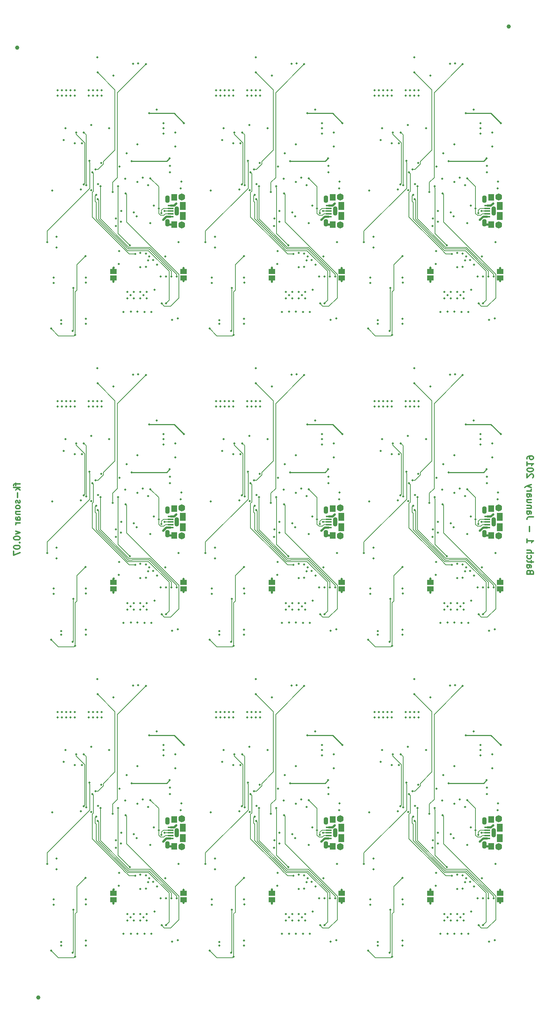
<source format=gbr>
G04 #@! TF.GenerationSoftware,KiCad,Pcbnew,(5.0.0)*
G04 #@! TF.CreationDate,2019-01-02T15:44:26-06:00*
G04 #@! TF.ProjectId,fk-sonar-v0.07-03x03,666B2D736F6E61722D76302E30372D30,0.1*
G04 #@! TF.SameCoordinates,Original*
G04 #@! TF.FileFunction,Copper,L4,Bot,Signal*
G04 #@! TF.FilePolarity,Positive*
%FSLAX46Y46*%
G04 Gerber Fmt 4.6, Leading zero omitted, Abs format (unit mm)*
G04 Created by KiCad (PCBNEW (5.0.0)) date 01/02/19 15:44:26*
%MOMM*%
%LPD*%
G01*
G04 APERTURE LIST*
G04 #@! TA.AperFunction,NonConductor*
%ADD10C,0.300000*%
G04 #@! TD*
G04 #@! TA.AperFunction,BGAPad,CuDef*
%ADD11C,1.000000*%
G04 #@! TD*
G04 #@! TA.AperFunction,ComponentPad*
%ADD12O,1.100000X2.200000*%
G04 #@! TD*
G04 #@! TA.AperFunction,ComponentPad*
%ADD13O,1.100000X1.800000*%
G04 #@! TD*
G04 #@! TA.AperFunction,SMDPad,CuDef*
%ADD14R,1.400000X1.600000*%
G04 #@! TD*
G04 #@! TA.AperFunction,SMDPad,CuDef*
%ADD15R,1.350000X0.400000*%
G04 #@! TD*
G04 #@! TA.AperFunction,SMDPad,CuDef*
%ADD16R,1.400000X1.900000*%
G04 #@! TD*
G04 #@! TA.AperFunction,ComponentPad*
%ADD17O,1.600000X1.651000*%
G04 #@! TD*
G04 #@! TA.AperFunction,SMDPad,CuDef*
%ADD18R,1.600200X1.168400*%
G04 #@! TD*
G04 #@! TA.AperFunction,ViaPad*
%ADD19C,0.500000*%
G04 #@! TD*
G04 #@! TA.AperFunction,Conductor*
%ADD20C,0.508000*%
G04 #@! TD*
G04 #@! TA.AperFunction,Conductor*
%ADD21C,0.254000*%
G04 #@! TD*
G04 #@! TA.AperFunction,Conductor*
%ADD22C,0.203200*%
G04 #@! TD*
G04 APERTURE END LIST*
D10*
X188558542Y-139917971D02*
X188487114Y-139703685D01*
X188415685Y-139632257D01*
X188272828Y-139560828D01*
X188058542Y-139560828D01*
X187915685Y-139632257D01*
X187844257Y-139703685D01*
X187772828Y-139846542D01*
X187772828Y-140417971D01*
X189272828Y-140417971D01*
X189272828Y-139917971D01*
X189201400Y-139775114D01*
X189129971Y-139703685D01*
X188987114Y-139632257D01*
X188844257Y-139632257D01*
X188701400Y-139703685D01*
X188629971Y-139775114D01*
X188558542Y-139917971D01*
X188558542Y-140417971D01*
X187772828Y-138275114D02*
X188558542Y-138275114D01*
X188701400Y-138346542D01*
X188772828Y-138489400D01*
X188772828Y-138775114D01*
X188701400Y-138917971D01*
X187844257Y-138275114D02*
X187772828Y-138417971D01*
X187772828Y-138775114D01*
X187844257Y-138917971D01*
X187987114Y-138989400D01*
X188129971Y-138989400D01*
X188272828Y-138917971D01*
X188344257Y-138775114D01*
X188344257Y-138417971D01*
X188415685Y-138275114D01*
X188772828Y-137775114D02*
X188772828Y-137203685D01*
X189272828Y-137560828D02*
X187987114Y-137560828D01*
X187844257Y-137489400D01*
X187772828Y-137346542D01*
X187772828Y-137203685D01*
X187844257Y-136060828D02*
X187772828Y-136203685D01*
X187772828Y-136489400D01*
X187844257Y-136632257D01*
X187915685Y-136703685D01*
X188058542Y-136775114D01*
X188487114Y-136775114D01*
X188629971Y-136703685D01*
X188701400Y-136632257D01*
X188772828Y-136489400D01*
X188772828Y-136203685D01*
X188701400Y-136060828D01*
X187772828Y-135417971D02*
X189272828Y-135417971D01*
X187772828Y-134775114D02*
X188558542Y-134775114D01*
X188701400Y-134846542D01*
X188772828Y-134989400D01*
X188772828Y-135203685D01*
X188701400Y-135346542D01*
X188629971Y-135417971D01*
X187772828Y-132132257D02*
X187772828Y-132989400D01*
X187772828Y-132560828D02*
X189272828Y-132560828D01*
X189058542Y-132703685D01*
X188915685Y-132846542D01*
X188844257Y-132989400D01*
X188344257Y-130346542D02*
X188344257Y-129203685D01*
X189272828Y-126917971D02*
X188201400Y-126917971D01*
X187987114Y-126989400D01*
X187844257Y-127132257D01*
X187772828Y-127346542D01*
X187772828Y-127489400D01*
X187772828Y-125560828D02*
X188558542Y-125560828D01*
X188701400Y-125632257D01*
X188772828Y-125775114D01*
X188772828Y-126060828D01*
X188701400Y-126203685D01*
X187844257Y-125560828D02*
X187772828Y-125703685D01*
X187772828Y-126060828D01*
X187844257Y-126203685D01*
X187987114Y-126275114D01*
X188129971Y-126275114D01*
X188272828Y-126203685D01*
X188344257Y-126060828D01*
X188344257Y-125703685D01*
X188415685Y-125560828D01*
X188772828Y-124846542D02*
X187772828Y-124846542D01*
X188629971Y-124846542D02*
X188701400Y-124775114D01*
X188772828Y-124632257D01*
X188772828Y-124417971D01*
X188701400Y-124275114D01*
X188558542Y-124203685D01*
X187772828Y-124203685D01*
X188772828Y-122846542D02*
X187772828Y-122846542D01*
X188772828Y-123489400D02*
X187987114Y-123489400D01*
X187844257Y-123417971D01*
X187772828Y-123275114D01*
X187772828Y-123060828D01*
X187844257Y-122917971D01*
X187915685Y-122846542D01*
X187772828Y-121489400D02*
X188558542Y-121489400D01*
X188701400Y-121560828D01*
X188772828Y-121703685D01*
X188772828Y-121989400D01*
X188701400Y-122132257D01*
X187844257Y-121489400D02*
X187772828Y-121632257D01*
X187772828Y-121989400D01*
X187844257Y-122132257D01*
X187987114Y-122203685D01*
X188129971Y-122203685D01*
X188272828Y-122132257D01*
X188344257Y-121989400D01*
X188344257Y-121632257D01*
X188415685Y-121489400D01*
X187772828Y-120775114D02*
X188772828Y-120775114D01*
X188487114Y-120775114D02*
X188629971Y-120703685D01*
X188701400Y-120632257D01*
X188772828Y-120489400D01*
X188772828Y-120346542D01*
X188772828Y-119989400D02*
X187772828Y-119632257D01*
X188772828Y-119275114D02*
X187772828Y-119632257D01*
X187415685Y-119775114D01*
X187344257Y-119846542D01*
X187272828Y-119989400D01*
X189129971Y-117632257D02*
X189201400Y-117560828D01*
X189272828Y-117417971D01*
X189272828Y-117060828D01*
X189201400Y-116917971D01*
X189129971Y-116846542D01*
X188987114Y-116775114D01*
X188844257Y-116775114D01*
X188629971Y-116846542D01*
X187772828Y-117703685D01*
X187772828Y-116775114D01*
X189272828Y-115846542D02*
X189272828Y-115703685D01*
X189201400Y-115560828D01*
X189129971Y-115489400D01*
X188987114Y-115417971D01*
X188701400Y-115346542D01*
X188344257Y-115346542D01*
X188058542Y-115417971D01*
X187915685Y-115489400D01*
X187844257Y-115560828D01*
X187772828Y-115703685D01*
X187772828Y-115846542D01*
X187844257Y-115989400D01*
X187915685Y-116060828D01*
X188058542Y-116132257D01*
X188344257Y-116203685D01*
X188701400Y-116203685D01*
X188987114Y-116132257D01*
X189129971Y-116060828D01*
X189201400Y-115989400D01*
X189272828Y-115846542D01*
X187772828Y-113917971D02*
X187772828Y-114775114D01*
X187772828Y-114346542D02*
X189272828Y-114346542D01*
X189058542Y-114489400D01*
X188915685Y-114632257D01*
X188844257Y-114775114D01*
X187772828Y-113203685D02*
X187772828Y-112917971D01*
X187844257Y-112775114D01*
X187915685Y-112703685D01*
X188129971Y-112560828D01*
X188415685Y-112489400D01*
X188987114Y-112489400D01*
X189129971Y-112560828D01*
X189201400Y-112632257D01*
X189272828Y-112775114D01*
X189272828Y-113060828D01*
X189201400Y-113203685D01*
X189129971Y-113275114D01*
X188987114Y-113346542D01*
X188629971Y-113346542D01*
X188487114Y-113275114D01*
X188415685Y-113203685D01*
X188344257Y-113060828D01*
X188344257Y-112775114D01*
X188415685Y-112632257D01*
X188487114Y-112560828D01*
X188629971Y-112489400D01*
X66778571Y-118917971D02*
X66778571Y-119489400D01*
X67778571Y-119132257D02*
X66492857Y-119132257D01*
X66350000Y-119203685D01*
X66278571Y-119346542D01*
X66278571Y-119489400D01*
X67778571Y-119989400D02*
X66278571Y-119989400D01*
X67207142Y-120132257D02*
X67778571Y-120560828D01*
X66778571Y-120560828D02*
X67350000Y-119989400D01*
X67207142Y-121203685D02*
X67207142Y-122346542D01*
X67707142Y-122989400D02*
X67778571Y-123132257D01*
X67778571Y-123417971D01*
X67707142Y-123560828D01*
X67564285Y-123632257D01*
X67492857Y-123632257D01*
X67350000Y-123560828D01*
X67278571Y-123417971D01*
X67278571Y-123203685D01*
X67207142Y-123060828D01*
X67064285Y-122989400D01*
X66992857Y-122989400D01*
X66850000Y-123060828D01*
X66778571Y-123203685D01*
X66778571Y-123417971D01*
X66850000Y-123560828D01*
X67778571Y-124489400D02*
X67707142Y-124346542D01*
X67635714Y-124275114D01*
X67492857Y-124203685D01*
X67064285Y-124203685D01*
X66921428Y-124275114D01*
X66850000Y-124346542D01*
X66778571Y-124489400D01*
X66778571Y-124703685D01*
X66850000Y-124846542D01*
X66921428Y-124917971D01*
X67064285Y-124989400D01*
X67492857Y-124989400D01*
X67635714Y-124917971D01*
X67707142Y-124846542D01*
X67778571Y-124703685D01*
X67778571Y-124489400D01*
X66778571Y-125632257D02*
X67778571Y-125632257D01*
X66921428Y-125632257D02*
X66850000Y-125703685D01*
X66778571Y-125846542D01*
X66778571Y-126060828D01*
X66850000Y-126203685D01*
X66992857Y-126275114D01*
X67778571Y-126275114D01*
X67778571Y-127632257D02*
X66992857Y-127632257D01*
X66850000Y-127560828D01*
X66778571Y-127417971D01*
X66778571Y-127132257D01*
X66850000Y-126989400D01*
X67707142Y-127632257D02*
X67778571Y-127489400D01*
X67778571Y-127132257D01*
X67707142Y-126989400D01*
X67564285Y-126917971D01*
X67421428Y-126917971D01*
X67278571Y-126989400D01*
X67207142Y-127132257D01*
X67207142Y-127489400D01*
X67135714Y-127632257D01*
X67778571Y-128346542D02*
X66778571Y-128346542D01*
X67064285Y-128346542D02*
X66921428Y-128417971D01*
X66850000Y-128489400D01*
X66778571Y-128632257D01*
X66778571Y-128775114D01*
X66778571Y-130275114D02*
X67778571Y-130632257D01*
X66778571Y-130989400D01*
X66278571Y-131846542D02*
X66278571Y-131989400D01*
X66350000Y-132132257D01*
X66421428Y-132203685D01*
X66564285Y-132275114D01*
X66850000Y-132346542D01*
X67207142Y-132346542D01*
X67492857Y-132275114D01*
X67635714Y-132203685D01*
X67707142Y-132132257D01*
X67778571Y-131989400D01*
X67778571Y-131846542D01*
X67707142Y-131703685D01*
X67635714Y-131632257D01*
X67492857Y-131560828D01*
X67207142Y-131489400D01*
X66850000Y-131489400D01*
X66564285Y-131560828D01*
X66421428Y-131632257D01*
X66350000Y-131703685D01*
X66278571Y-131846542D01*
X67635714Y-132989400D02*
X67707142Y-133060828D01*
X67778571Y-132989400D01*
X67707142Y-132917971D01*
X67635714Y-132989400D01*
X67778571Y-132989400D01*
X66278571Y-133989400D02*
X66278571Y-134132257D01*
X66350000Y-134275114D01*
X66421428Y-134346542D01*
X66564285Y-134417971D01*
X66850000Y-134489400D01*
X67207142Y-134489400D01*
X67492857Y-134417971D01*
X67635714Y-134346542D01*
X67707142Y-134275114D01*
X67778571Y-134132257D01*
X67778571Y-133989400D01*
X67707142Y-133846542D01*
X67635714Y-133775114D01*
X67492857Y-133703685D01*
X67207142Y-133632257D01*
X66850000Y-133632257D01*
X66564285Y-133703685D01*
X66421428Y-133775114D01*
X66350000Y-133846542D01*
X66278571Y-133989400D01*
X66278571Y-134989400D02*
X66278571Y-135989400D01*
X67778571Y-135346542D01*
D11*
G04 #@! TO.P,REF\002A\002A,~*
G04 #@! TO.N,N/C*
X72100000Y-240520000D03*
G04 #@! TD*
G04 #@! TO.P,REF\002A\002A,~*
G04 #@! TO.N,N/C*
X183451400Y-10989400D03*
G04 #@! TD*
G04 #@! TO.P,REF\002A\002A,~*
G04 #@! TO.N,N/C*
X67100000Y-15989400D03*
G04 #@! TD*
D12*
G04 #@! TO.P,J4,8*
G04 #@! TO.N,Net-(J4-Pad8)*
X179854000Y-201612000D03*
D13*
G04 #@! TO.P,J4,7*
G04 #@! TO.N,Net-(J4-Pad7)*
X177704000Y-198812000D03*
G04 #@! TO.P,J4,6*
G04 #@! TO.N,Net-(C13-Pad1)*
X177704000Y-204412000D03*
G04 #@! TD*
D12*
G04 #@! TO.P,J4,8*
G04 #@! TO.N,Net-(J4-Pad8)*
X142354000Y-201612000D03*
D13*
G04 #@! TO.P,J4,7*
G04 #@! TO.N,Net-(J4-Pad7)*
X140204000Y-198812000D03*
G04 #@! TO.P,J4,6*
G04 #@! TO.N,Net-(C13-Pad1)*
X140204000Y-204412000D03*
G04 #@! TD*
D12*
G04 #@! TO.P,J4,8*
G04 #@! TO.N,Net-(J4-Pad8)*
X104854000Y-201612000D03*
D13*
G04 #@! TO.P,J4,7*
G04 #@! TO.N,Net-(J4-Pad7)*
X102704000Y-198812000D03*
G04 #@! TO.P,J4,6*
G04 #@! TO.N,Net-(C13-Pad1)*
X102704000Y-204412000D03*
G04 #@! TD*
D12*
G04 #@! TO.P,J4,8*
G04 #@! TO.N,Net-(J4-Pad8)*
X179854000Y-128112000D03*
D13*
G04 #@! TO.P,J4,7*
G04 #@! TO.N,Net-(J4-Pad7)*
X177704000Y-125312000D03*
G04 #@! TO.P,J4,6*
G04 #@! TO.N,Net-(C13-Pad1)*
X177704000Y-130912000D03*
G04 #@! TD*
D12*
G04 #@! TO.P,J4,8*
G04 #@! TO.N,Net-(J4-Pad8)*
X142354000Y-128112000D03*
D13*
G04 #@! TO.P,J4,7*
G04 #@! TO.N,Net-(J4-Pad7)*
X140204000Y-125312000D03*
G04 #@! TO.P,J4,6*
G04 #@! TO.N,Net-(C13-Pad1)*
X140204000Y-130912000D03*
G04 #@! TD*
D12*
G04 #@! TO.P,J4,8*
G04 #@! TO.N,Net-(J4-Pad8)*
X104854000Y-128112000D03*
D13*
G04 #@! TO.P,J4,7*
G04 #@! TO.N,Net-(J4-Pad7)*
X102704000Y-125312000D03*
G04 #@! TO.P,J4,6*
G04 #@! TO.N,Net-(C13-Pad1)*
X102704000Y-130912000D03*
G04 #@! TD*
D12*
G04 #@! TO.P,J4,8*
G04 #@! TO.N,Net-(J4-Pad8)*
X179854000Y-54612000D03*
D13*
G04 #@! TO.P,J4,7*
G04 #@! TO.N,Net-(J4-Pad7)*
X177704000Y-51812000D03*
G04 #@! TO.P,J4,6*
G04 #@! TO.N,Net-(C13-Pad1)*
X177704000Y-57412000D03*
G04 #@! TD*
D12*
G04 #@! TO.P,J4,8*
G04 #@! TO.N,Net-(J4-Pad8)*
X142354000Y-54612000D03*
D13*
G04 #@! TO.P,J4,7*
G04 #@! TO.N,Net-(J4-Pad7)*
X140204000Y-51812000D03*
G04 #@! TO.P,J4,6*
G04 #@! TO.N,Net-(C13-Pad1)*
X140204000Y-57412000D03*
G04 #@! TD*
D14*
G04 #@! TO.P,J3,7*
G04 #@! TO.N,Net-(C13-Pad1)*
X179314500Y-204812000D03*
D15*
G04 #@! TO.P,J3,3*
G04 #@! TO.N,/USB+*
X178394500Y-201612000D03*
D16*
G04 #@! TO.P,J3,9*
G04 #@! TO.N,Net-(J3-Pad9)*
X181314500Y-202812000D03*
D17*
G04 #@! TO.P,J3,*
G04 #@! TO.N,*
X181064500Y-198312000D03*
D16*
G04 #@! TO.P,J3,8*
G04 #@! TO.N,Net-(J3-Pad8)*
X181314500Y-200412000D03*
D17*
G04 #@! TO.P,J3,*
G04 #@! TO.N,*
X181064500Y-204912000D03*
D15*
G04 #@! TO.P,J3,2*
G04 #@! TO.N,/USB-*
X178394500Y-200962000D03*
G04 #@! TO.P,J3,1*
G04 #@! TO.N,VUSB*
X178394500Y-200312000D03*
G04 #@! TO.P,J3,4*
G04 #@! TO.N,Net-(J3-Pad4)*
X178394500Y-202262000D03*
G04 #@! TO.P,J3,5*
G04 #@! TO.N,GND*
X178394500Y-202912000D03*
D14*
G04 #@! TO.P,J3,6*
G04 #@! TO.N,Net-(J3-Pad6)*
X179314500Y-198412000D03*
G04 #@! TD*
G04 #@! TO.P,J3,7*
G04 #@! TO.N,Net-(C13-Pad1)*
X141814500Y-204812000D03*
D15*
G04 #@! TO.P,J3,3*
G04 #@! TO.N,/USB+*
X140894500Y-201612000D03*
D16*
G04 #@! TO.P,J3,9*
G04 #@! TO.N,Net-(J3-Pad9)*
X143814500Y-202812000D03*
D17*
G04 #@! TO.P,J3,*
G04 #@! TO.N,*
X143564500Y-198312000D03*
D16*
G04 #@! TO.P,J3,8*
G04 #@! TO.N,Net-(J3-Pad8)*
X143814500Y-200412000D03*
D17*
G04 #@! TO.P,J3,*
G04 #@! TO.N,*
X143564500Y-204912000D03*
D15*
G04 #@! TO.P,J3,2*
G04 #@! TO.N,/USB-*
X140894500Y-200962000D03*
G04 #@! TO.P,J3,1*
G04 #@! TO.N,VUSB*
X140894500Y-200312000D03*
G04 #@! TO.P,J3,4*
G04 #@! TO.N,Net-(J3-Pad4)*
X140894500Y-202262000D03*
G04 #@! TO.P,J3,5*
G04 #@! TO.N,GND*
X140894500Y-202912000D03*
D14*
G04 #@! TO.P,J3,6*
G04 #@! TO.N,Net-(J3-Pad6)*
X141814500Y-198412000D03*
G04 #@! TD*
G04 #@! TO.P,J3,7*
G04 #@! TO.N,Net-(C13-Pad1)*
X104314500Y-204812000D03*
D15*
G04 #@! TO.P,J3,3*
G04 #@! TO.N,/USB+*
X103394500Y-201612000D03*
D16*
G04 #@! TO.P,J3,9*
G04 #@! TO.N,Net-(J3-Pad9)*
X106314500Y-202812000D03*
D17*
G04 #@! TO.P,J3,*
G04 #@! TO.N,*
X106064500Y-198312000D03*
D16*
G04 #@! TO.P,J3,8*
G04 #@! TO.N,Net-(J3-Pad8)*
X106314500Y-200412000D03*
D17*
G04 #@! TO.P,J3,*
G04 #@! TO.N,*
X106064500Y-204912000D03*
D15*
G04 #@! TO.P,J3,2*
G04 #@! TO.N,/USB-*
X103394500Y-200962000D03*
G04 #@! TO.P,J3,1*
G04 #@! TO.N,VUSB*
X103394500Y-200312000D03*
G04 #@! TO.P,J3,4*
G04 #@! TO.N,Net-(J3-Pad4)*
X103394500Y-202262000D03*
G04 #@! TO.P,J3,5*
G04 #@! TO.N,GND*
X103394500Y-202912000D03*
D14*
G04 #@! TO.P,J3,6*
G04 #@! TO.N,Net-(J3-Pad6)*
X104314500Y-198412000D03*
G04 #@! TD*
G04 #@! TO.P,J3,7*
G04 #@! TO.N,Net-(C13-Pad1)*
X179314500Y-131312000D03*
D15*
G04 #@! TO.P,J3,3*
G04 #@! TO.N,/USB+*
X178394500Y-128112000D03*
D16*
G04 #@! TO.P,J3,9*
G04 #@! TO.N,Net-(J3-Pad9)*
X181314500Y-129312000D03*
D17*
G04 #@! TO.P,J3,*
G04 #@! TO.N,*
X181064500Y-124812000D03*
D16*
G04 #@! TO.P,J3,8*
G04 #@! TO.N,Net-(J3-Pad8)*
X181314500Y-126912000D03*
D17*
G04 #@! TO.P,J3,*
G04 #@! TO.N,*
X181064500Y-131412000D03*
D15*
G04 #@! TO.P,J3,2*
G04 #@! TO.N,/USB-*
X178394500Y-127462000D03*
G04 #@! TO.P,J3,1*
G04 #@! TO.N,VUSB*
X178394500Y-126812000D03*
G04 #@! TO.P,J3,4*
G04 #@! TO.N,Net-(J3-Pad4)*
X178394500Y-128762000D03*
G04 #@! TO.P,J3,5*
G04 #@! TO.N,GND*
X178394500Y-129412000D03*
D14*
G04 #@! TO.P,J3,6*
G04 #@! TO.N,Net-(J3-Pad6)*
X179314500Y-124912000D03*
G04 #@! TD*
G04 #@! TO.P,J3,7*
G04 #@! TO.N,Net-(C13-Pad1)*
X141814500Y-131312000D03*
D15*
G04 #@! TO.P,J3,3*
G04 #@! TO.N,/USB+*
X140894500Y-128112000D03*
D16*
G04 #@! TO.P,J3,9*
G04 #@! TO.N,Net-(J3-Pad9)*
X143814500Y-129312000D03*
D17*
G04 #@! TO.P,J3,*
G04 #@! TO.N,*
X143564500Y-124812000D03*
D16*
G04 #@! TO.P,J3,8*
G04 #@! TO.N,Net-(J3-Pad8)*
X143814500Y-126912000D03*
D17*
G04 #@! TO.P,J3,*
G04 #@! TO.N,*
X143564500Y-131412000D03*
D15*
G04 #@! TO.P,J3,2*
G04 #@! TO.N,/USB-*
X140894500Y-127462000D03*
G04 #@! TO.P,J3,1*
G04 #@! TO.N,VUSB*
X140894500Y-126812000D03*
G04 #@! TO.P,J3,4*
G04 #@! TO.N,Net-(J3-Pad4)*
X140894500Y-128762000D03*
G04 #@! TO.P,J3,5*
G04 #@! TO.N,GND*
X140894500Y-129412000D03*
D14*
G04 #@! TO.P,J3,6*
G04 #@! TO.N,Net-(J3-Pad6)*
X141814500Y-124912000D03*
G04 #@! TD*
G04 #@! TO.P,J3,7*
G04 #@! TO.N,Net-(C13-Pad1)*
X104314500Y-131312000D03*
D15*
G04 #@! TO.P,J3,3*
G04 #@! TO.N,/USB+*
X103394500Y-128112000D03*
D16*
G04 #@! TO.P,J3,9*
G04 #@! TO.N,Net-(J3-Pad9)*
X106314500Y-129312000D03*
D17*
G04 #@! TO.P,J3,*
G04 #@! TO.N,*
X106064500Y-124812000D03*
D16*
G04 #@! TO.P,J3,8*
G04 #@! TO.N,Net-(J3-Pad8)*
X106314500Y-126912000D03*
D17*
G04 #@! TO.P,J3,*
G04 #@! TO.N,*
X106064500Y-131412000D03*
D15*
G04 #@! TO.P,J3,2*
G04 #@! TO.N,/USB-*
X103394500Y-127462000D03*
G04 #@! TO.P,J3,1*
G04 #@! TO.N,VUSB*
X103394500Y-126812000D03*
G04 #@! TO.P,J3,4*
G04 #@! TO.N,Net-(J3-Pad4)*
X103394500Y-128762000D03*
G04 #@! TO.P,J3,5*
G04 #@! TO.N,GND*
X103394500Y-129412000D03*
D14*
G04 #@! TO.P,J3,6*
G04 #@! TO.N,Net-(J3-Pad6)*
X104314500Y-124912000D03*
G04 #@! TD*
G04 #@! TO.P,J3,7*
G04 #@! TO.N,Net-(C13-Pad1)*
X179314500Y-57812000D03*
D15*
G04 #@! TO.P,J3,3*
G04 #@! TO.N,/USB+*
X178394500Y-54612000D03*
D16*
G04 #@! TO.P,J3,9*
G04 #@! TO.N,Net-(J3-Pad9)*
X181314500Y-55812000D03*
D17*
G04 #@! TO.P,J3,*
G04 #@! TO.N,*
X181064500Y-51312000D03*
D16*
G04 #@! TO.P,J3,8*
G04 #@! TO.N,Net-(J3-Pad8)*
X181314500Y-53412000D03*
D17*
G04 #@! TO.P,J3,*
G04 #@! TO.N,*
X181064500Y-57912000D03*
D15*
G04 #@! TO.P,J3,2*
G04 #@! TO.N,/USB-*
X178394500Y-53962000D03*
G04 #@! TO.P,J3,1*
G04 #@! TO.N,VUSB*
X178394500Y-53312000D03*
G04 #@! TO.P,J3,4*
G04 #@! TO.N,Net-(J3-Pad4)*
X178394500Y-55262000D03*
G04 #@! TO.P,J3,5*
G04 #@! TO.N,GND*
X178394500Y-55912000D03*
D14*
G04 #@! TO.P,J3,6*
G04 #@! TO.N,Net-(J3-Pad6)*
X179314500Y-51412000D03*
G04 #@! TD*
G04 #@! TO.P,J3,7*
G04 #@! TO.N,Net-(C13-Pad1)*
X141814500Y-57812000D03*
D15*
G04 #@! TO.P,J3,3*
G04 #@! TO.N,/USB+*
X140894500Y-54612000D03*
D16*
G04 #@! TO.P,J3,9*
G04 #@! TO.N,Net-(J3-Pad9)*
X143814500Y-55812000D03*
D17*
G04 #@! TO.P,J3,*
G04 #@! TO.N,*
X143564500Y-51312000D03*
D16*
G04 #@! TO.P,J3,8*
G04 #@! TO.N,Net-(J3-Pad8)*
X143814500Y-53412000D03*
D17*
G04 #@! TO.P,J3,*
G04 #@! TO.N,*
X143564500Y-57912000D03*
D15*
G04 #@! TO.P,J3,2*
G04 #@! TO.N,/USB-*
X140894500Y-53962000D03*
G04 #@! TO.P,J3,1*
G04 #@! TO.N,VUSB*
X140894500Y-53312000D03*
G04 #@! TO.P,J3,4*
G04 #@! TO.N,Net-(J3-Pad4)*
X140894500Y-55262000D03*
G04 #@! TO.P,J3,5*
G04 #@! TO.N,GND*
X140894500Y-55912000D03*
D14*
G04 #@! TO.P,J3,6*
G04 #@! TO.N,Net-(J3-Pad6)*
X141814500Y-51412000D03*
G04 #@! TD*
D18*
G04 #@! TO.P,J5,1*
G04 #@! TO.N,3V3*
X181441500Y-215899500D03*
G04 #@! TO.P,J5,2*
G04 #@! TO.N,/PERIPH_3V3*
X181441500Y-217423500D03*
G04 #@! TD*
G04 #@! TO.P,J5,1*
G04 #@! TO.N,3V3*
X143941500Y-215899500D03*
G04 #@! TO.P,J5,2*
G04 #@! TO.N,/PERIPH_3V3*
X143941500Y-217423500D03*
G04 #@! TD*
G04 #@! TO.P,J5,1*
G04 #@! TO.N,3V3*
X106441500Y-215899500D03*
G04 #@! TO.P,J5,2*
G04 #@! TO.N,/PERIPH_3V3*
X106441500Y-217423500D03*
G04 #@! TD*
G04 #@! TO.P,J5,1*
G04 #@! TO.N,3V3*
X181441500Y-142399500D03*
G04 #@! TO.P,J5,2*
G04 #@! TO.N,/PERIPH_3V3*
X181441500Y-143923500D03*
G04 #@! TD*
G04 #@! TO.P,J5,1*
G04 #@! TO.N,3V3*
X143941500Y-142399500D03*
G04 #@! TO.P,J5,2*
G04 #@! TO.N,/PERIPH_3V3*
X143941500Y-143923500D03*
G04 #@! TD*
G04 #@! TO.P,J5,1*
G04 #@! TO.N,3V3*
X106441500Y-142399500D03*
G04 #@! TO.P,J5,2*
G04 #@! TO.N,/PERIPH_3V3*
X106441500Y-143923500D03*
G04 #@! TD*
G04 #@! TO.P,J5,1*
G04 #@! TO.N,3V3*
X181441500Y-68899500D03*
G04 #@! TO.P,J5,2*
G04 #@! TO.N,/PERIPH_3V3*
X181441500Y-70423500D03*
G04 #@! TD*
G04 #@! TO.P,J5,1*
G04 #@! TO.N,3V3*
X143941500Y-68899500D03*
G04 #@! TO.P,J5,2*
G04 #@! TO.N,/PERIPH_3V3*
X143941500Y-70423500D03*
G04 #@! TD*
G04 #@! TO.P,J7,2*
G04 #@! TO.N,/SENSOR_3V3*
X164868000Y-217423500D03*
G04 #@! TO.P,J7,1*
G04 #@! TO.N,3V3*
X164868000Y-215899500D03*
G04 #@! TD*
G04 #@! TO.P,J7,2*
G04 #@! TO.N,/SENSOR_3V3*
X127368000Y-217423500D03*
G04 #@! TO.P,J7,1*
G04 #@! TO.N,3V3*
X127368000Y-215899500D03*
G04 #@! TD*
G04 #@! TO.P,J7,2*
G04 #@! TO.N,/SENSOR_3V3*
X89868000Y-217423500D03*
G04 #@! TO.P,J7,1*
G04 #@! TO.N,3V3*
X89868000Y-215899500D03*
G04 #@! TD*
G04 #@! TO.P,J7,2*
G04 #@! TO.N,/SENSOR_3V3*
X164868000Y-143923500D03*
G04 #@! TO.P,J7,1*
G04 #@! TO.N,3V3*
X164868000Y-142399500D03*
G04 #@! TD*
G04 #@! TO.P,J7,2*
G04 #@! TO.N,/SENSOR_3V3*
X127368000Y-143923500D03*
G04 #@! TO.P,J7,1*
G04 #@! TO.N,3V3*
X127368000Y-142399500D03*
G04 #@! TD*
G04 #@! TO.P,J7,2*
G04 #@! TO.N,/SENSOR_3V3*
X89868000Y-143923500D03*
G04 #@! TO.P,J7,1*
G04 #@! TO.N,3V3*
X89868000Y-142399500D03*
G04 #@! TD*
G04 #@! TO.P,J7,2*
G04 #@! TO.N,/SENSOR_3V3*
X164868000Y-70423500D03*
G04 #@! TO.P,J7,1*
G04 #@! TO.N,3V3*
X164868000Y-68899500D03*
G04 #@! TD*
G04 #@! TO.P,J7,2*
G04 #@! TO.N,/SENSOR_3V3*
X127368000Y-70423500D03*
G04 #@! TO.P,J7,1*
G04 #@! TO.N,3V3*
X127368000Y-68899500D03*
G04 #@! TD*
D14*
G04 #@! TO.P,J3,6*
G04 #@! TO.N,Net-(J3-Pad6)*
X104314500Y-51412000D03*
D15*
G04 #@! TO.P,J3,5*
G04 #@! TO.N,GND*
X103394500Y-55912000D03*
G04 #@! TO.P,J3,4*
G04 #@! TO.N,Net-(J3-Pad4)*
X103394500Y-55262000D03*
G04 #@! TO.P,J3,1*
G04 #@! TO.N,VUSB*
X103394500Y-53312000D03*
G04 #@! TO.P,J3,2*
G04 #@! TO.N,/USB-*
X103394500Y-53962000D03*
D17*
G04 #@! TO.P,J3,*
G04 #@! TO.N,*
X106064500Y-57912000D03*
D16*
G04 #@! TO.P,J3,8*
G04 #@! TO.N,Net-(J3-Pad8)*
X106314500Y-53412000D03*
D17*
G04 #@! TO.P,J3,*
G04 #@! TO.N,*
X106064500Y-51312000D03*
D16*
G04 #@! TO.P,J3,9*
G04 #@! TO.N,Net-(J3-Pad9)*
X106314500Y-55812000D03*
D15*
G04 #@! TO.P,J3,3*
G04 #@! TO.N,/USB+*
X103394500Y-54612000D03*
D14*
G04 #@! TO.P,J3,7*
G04 #@! TO.N,Net-(C13-Pad1)*
X104314500Y-57812000D03*
G04 #@! TD*
D13*
G04 #@! TO.P,J4,6*
G04 #@! TO.N,Net-(C13-Pad1)*
X102704000Y-57412000D03*
G04 #@! TO.P,J4,7*
G04 #@! TO.N,Net-(J4-Pad7)*
X102704000Y-51812000D03*
D12*
G04 #@! TO.P,J4,8*
G04 #@! TO.N,Net-(J4-Pad8)*
X104854000Y-54612000D03*
G04 #@! TD*
D18*
G04 #@! TO.P,J5,2*
G04 #@! TO.N,/PERIPH_3V3*
X106441500Y-70423500D03*
G04 #@! TO.P,J5,1*
G04 #@! TO.N,3V3*
X106441500Y-68899500D03*
G04 #@! TD*
G04 #@! TO.P,J7,1*
G04 #@! TO.N,3V3*
X89868000Y-68899500D03*
G04 #@! TO.P,J7,2*
G04 #@! TO.N,/SENSOR_3V3*
X89868000Y-70423500D03*
G04 #@! TD*
D19*
G04 #@! TO.N,GND*
X87074000Y-27307000D03*
X86058000Y-27307000D03*
X85042000Y-27307000D03*
X84026000Y-27307000D03*
X80724000Y-27307000D03*
X79708000Y-27307000D03*
X78692000Y-27307000D03*
X77676000Y-27307000D03*
X76660000Y-27307000D03*
X95710000Y-19687000D03*
X88852000Y-35054000D03*
X86058000Y-18290000D03*
X76406000Y-60708000D03*
X75390000Y-49786000D03*
X92662000Y-46992000D03*
X105108000Y-80012000D03*
X97551500Y-64645000D03*
X97551500Y-67756500D03*
X98123000Y-66232500D03*
X95583000Y-78410000D03*
X93995500Y-78410000D03*
X97234000Y-78424500D03*
X99583500Y-73217500D03*
X103266500Y-45404500D03*
X105806500Y-49214500D03*
X98123000Y-48516000D03*
X80724000Y-38610900D03*
X82438500Y-38610900D03*
X82184500Y-49468500D03*
X86248500Y-48198500D03*
X83327500Y-81218500D03*
X77485500Y-80393000D03*
X75707500Y-71566500D03*
X83391000Y-71503000D03*
X90439500Y-58104500D03*
X87010500Y-43245500D03*
X91341776Y-44131285D03*
X95583000Y-38826800D03*
X92281000Y-78449000D03*
X98885000Y-78449000D03*
X99456500Y-53278500D03*
X101615500Y-56707500D03*
X95392500Y-55882000D03*
X94694000Y-54929500D03*
X98631000Y-57469500D03*
X101742500Y-35054000D03*
X101742500Y-33847500D03*
X100155000Y-30609000D03*
X102123500Y-65343500D03*
X105298500Y-61939000D03*
X91265000Y-64073500D03*
X104536500Y-36006500D03*
X104536500Y-39372000D03*
X112890000Y-49786000D03*
X150390000Y-49786000D03*
X75390000Y-123286000D03*
X112890000Y-123286000D03*
X150390000Y-123286000D03*
X75390000Y-196786000D03*
X112890000Y-196786000D03*
X150390000Y-196786000D03*
X123558000Y-18290000D03*
X161058000Y-18290000D03*
X86058000Y-91790000D03*
X123558000Y-91790000D03*
X161058000Y-91790000D03*
X86058000Y-165290000D03*
X123558000Y-165290000D03*
X161058000Y-165290000D03*
X113906000Y-60708000D03*
X151406000Y-60708000D03*
X76406000Y-134208000D03*
X113906000Y-134208000D03*
X151406000Y-134208000D03*
X76406000Y-207708000D03*
X113906000Y-207708000D03*
X151406000Y-207708000D03*
X122542000Y-27307000D03*
X160042000Y-27307000D03*
X85042000Y-100807000D03*
X122542000Y-100807000D03*
X160042000Y-100807000D03*
X85042000Y-174307000D03*
X122542000Y-174307000D03*
X160042000Y-174307000D03*
X121526000Y-27307000D03*
X159026000Y-27307000D03*
X84026000Y-100807000D03*
X121526000Y-100807000D03*
X159026000Y-100807000D03*
X84026000Y-174307000D03*
X121526000Y-174307000D03*
X159026000Y-174307000D03*
X118224000Y-27307000D03*
X155724000Y-27307000D03*
X80724000Y-100807000D03*
X118224000Y-100807000D03*
X155724000Y-100807000D03*
X80724000Y-174307000D03*
X118224000Y-174307000D03*
X155724000Y-174307000D03*
X116192000Y-27307000D03*
X153692000Y-27307000D03*
X78692000Y-100807000D03*
X116192000Y-100807000D03*
X153692000Y-100807000D03*
X78692000Y-174307000D03*
X116192000Y-174307000D03*
X153692000Y-174307000D03*
X115176000Y-27307000D03*
X152676000Y-27307000D03*
X77676000Y-100807000D03*
X115176000Y-100807000D03*
X152676000Y-100807000D03*
X77676000Y-174307000D03*
X115176000Y-174307000D03*
X152676000Y-174307000D03*
X114160000Y-27307000D03*
X151660000Y-27307000D03*
X76660000Y-100807000D03*
X114160000Y-100807000D03*
X151660000Y-100807000D03*
X76660000Y-174307000D03*
X114160000Y-174307000D03*
X151660000Y-174307000D03*
X124574000Y-27307000D03*
X162074000Y-27307000D03*
X87074000Y-100807000D03*
X124574000Y-100807000D03*
X162074000Y-100807000D03*
X87074000Y-174307000D03*
X124574000Y-174307000D03*
X162074000Y-174307000D03*
X117208000Y-27307000D03*
X154708000Y-27307000D03*
X79708000Y-100807000D03*
X117208000Y-100807000D03*
X154708000Y-100807000D03*
X79708000Y-174307000D03*
X117208000Y-174307000D03*
X154708000Y-174307000D03*
X123558000Y-27307000D03*
X161058000Y-27307000D03*
X86058000Y-100807000D03*
X123558000Y-100807000D03*
X161058000Y-100807000D03*
X86058000Y-174307000D03*
X123558000Y-174307000D03*
X161058000Y-174307000D03*
X133210000Y-19687000D03*
X170710000Y-19687000D03*
X95710000Y-93187000D03*
X133210000Y-93187000D03*
X170710000Y-93187000D03*
X95710000Y-166687000D03*
X133210000Y-166687000D03*
X170710000Y-166687000D03*
X126352000Y-35054000D03*
X163852000Y-35054000D03*
X88852000Y-108554000D03*
X126352000Y-108554000D03*
X163852000Y-108554000D03*
X88852000Y-182054000D03*
X126352000Y-182054000D03*
X163852000Y-182054000D03*
X135623000Y-66232500D03*
X173123000Y-66232500D03*
X98123000Y-139732500D03*
X135623000Y-139732500D03*
X173123000Y-139732500D03*
X98123000Y-213232500D03*
X135623000Y-213232500D03*
X173123000Y-213232500D03*
X124510500Y-43245500D03*
X162010500Y-43245500D03*
X87010500Y-116745500D03*
X124510500Y-116745500D03*
X162010500Y-116745500D03*
X87010500Y-190245500D03*
X124510500Y-190245500D03*
X162010500Y-190245500D03*
X136131000Y-57469500D03*
X173631000Y-57469500D03*
X98631000Y-130969500D03*
X136131000Y-130969500D03*
X173631000Y-130969500D03*
X98631000Y-204469500D03*
X136131000Y-204469500D03*
X173631000Y-204469500D03*
X127939500Y-58104500D03*
X165439500Y-58104500D03*
X90439500Y-131604500D03*
X127939500Y-131604500D03*
X165439500Y-131604500D03*
X90439500Y-205104500D03*
X127939500Y-205104500D03*
X165439500Y-205104500D03*
X139242500Y-35054000D03*
X176742500Y-35054000D03*
X101742500Y-108554000D03*
X139242500Y-108554000D03*
X176742500Y-108554000D03*
X101742500Y-182054000D03*
X139242500Y-182054000D03*
X176742500Y-182054000D03*
X142036500Y-39372000D03*
X179536500Y-39372000D03*
X104536500Y-112872000D03*
X142036500Y-112872000D03*
X179536500Y-112872000D03*
X104536500Y-186372000D03*
X142036500Y-186372000D03*
X179536500Y-186372000D03*
X123748500Y-48198500D03*
X161248500Y-48198500D03*
X86248500Y-121698500D03*
X123748500Y-121698500D03*
X161248500Y-121698500D03*
X86248500Y-195198500D03*
X123748500Y-195198500D03*
X161248500Y-195198500D03*
X132194000Y-54929500D03*
X169694000Y-54929500D03*
X94694000Y-128429500D03*
X132194000Y-128429500D03*
X169694000Y-128429500D03*
X94694000Y-201929500D03*
X132194000Y-201929500D03*
X169694000Y-201929500D03*
X135051500Y-67756500D03*
X172551500Y-67756500D03*
X97551500Y-141256500D03*
X135051500Y-141256500D03*
X172551500Y-141256500D03*
X97551500Y-214756500D03*
X135051500Y-214756500D03*
X172551500Y-214756500D03*
X131495500Y-78410000D03*
X168995500Y-78410000D03*
X93995500Y-151910000D03*
X131495500Y-151910000D03*
X168995500Y-151910000D03*
X93995500Y-225410000D03*
X131495500Y-225410000D03*
X168995500Y-225410000D03*
X113207500Y-71566500D03*
X150707500Y-71566500D03*
X75707500Y-145066500D03*
X113207500Y-145066500D03*
X150707500Y-145066500D03*
X75707500Y-218566500D03*
X113207500Y-218566500D03*
X150707500Y-218566500D03*
X119684500Y-49468500D03*
X157184500Y-49468500D03*
X82184500Y-122968500D03*
X119684500Y-122968500D03*
X157184500Y-122968500D03*
X82184500Y-196468500D03*
X119684500Y-196468500D03*
X157184500Y-196468500D03*
X143306500Y-49214500D03*
X180806500Y-49214500D03*
X105806500Y-122714500D03*
X143306500Y-122714500D03*
X180806500Y-122714500D03*
X105806500Y-196214500D03*
X143306500Y-196214500D03*
X180806500Y-196214500D03*
X133083000Y-78410000D03*
X170583000Y-78410000D03*
X95583000Y-151910000D03*
X133083000Y-151910000D03*
X170583000Y-151910000D03*
X95583000Y-225410000D03*
X133083000Y-225410000D03*
X170583000Y-225410000D03*
X142608000Y-80012000D03*
X180108000Y-80012000D03*
X105108000Y-153512000D03*
X142608000Y-153512000D03*
X180108000Y-153512000D03*
X105108000Y-227012000D03*
X142608000Y-227012000D03*
X180108000Y-227012000D03*
X140766500Y-45404500D03*
X178266500Y-45404500D03*
X103266500Y-118904500D03*
X140766500Y-118904500D03*
X178266500Y-118904500D03*
X103266500Y-192404500D03*
X140766500Y-192404500D03*
X178266500Y-192404500D03*
X135623000Y-48516000D03*
X173123000Y-48516000D03*
X98123000Y-122016000D03*
X135623000Y-122016000D03*
X173123000Y-122016000D03*
X98123000Y-195516000D03*
X135623000Y-195516000D03*
X173123000Y-195516000D03*
X133083000Y-38826800D03*
X170583000Y-38826800D03*
X95583000Y-112326800D03*
X133083000Y-112326800D03*
X170583000Y-112326800D03*
X95583000Y-185826800D03*
X133083000Y-185826800D03*
X170583000Y-185826800D03*
X114985500Y-80393000D03*
X152485500Y-80393000D03*
X77485500Y-153893000D03*
X114985500Y-153893000D03*
X152485500Y-153893000D03*
X77485500Y-227393000D03*
X114985500Y-227393000D03*
X152485500Y-227393000D03*
X136385000Y-78449000D03*
X173885000Y-78449000D03*
X98885000Y-151949000D03*
X136385000Y-151949000D03*
X173885000Y-151949000D03*
X98885000Y-225449000D03*
X136385000Y-225449000D03*
X173885000Y-225449000D03*
X137655000Y-30609000D03*
X175155000Y-30609000D03*
X100155000Y-104109000D03*
X137655000Y-104109000D03*
X175155000Y-104109000D03*
X100155000Y-177609000D03*
X137655000Y-177609000D03*
X175155000Y-177609000D03*
X118224000Y-38610900D03*
X155724000Y-38610900D03*
X80724000Y-112110900D03*
X118224000Y-112110900D03*
X155724000Y-112110900D03*
X80724000Y-185610900D03*
X118224000Y-185610900D03*
X155724000Y-185610900D03*
X139115500Y-56707500D03*
X176615500Y-56707500D03*
X101615500Y-130207500D03*
X139115500Y-130207500D03*
X176615500Y-130207500D03*
X101615500Y-203707500D03*
X139115500Y-203707500D03*
X176615500Y-203707500D03*
X128841776Y-44131285D03*
X166341776Y-44131285D03*
X91341776Y-117631285D03*
X128841776Y-117631285D03*
X166341776Y-117631285D03*
X91341776Y-191131285D03*
X128841776Y-191131285D03*
X166341776Y-191131285D03*
X128765000Y-64073500D03*
X166265000Y-64073500D03*
X91265000Y-137573500D03*
X128765000Y-137573500D03*
X166265000Y-137573500D03*
X91265000Y-211073500D03*
X128765000Y-211073500D03*
X166265000Y-211073500D03*
X142036500Y-36006500D03*
X179536500Y-36006500D03*
X104536500Y-109506500D03*
X142036500Y-109506500D03*
X179536500Y-109506500D03*
X104536500Y-183006500D03*
X142036500Y-183006500D03*
X179536500Y-183006500D03*
X130162000Y-46992000D03*
X167662000Y-46992000D03*
X92662000Y-120492000D03*
X130162000Y-120492000D03*
X167662000Y-120492000D03*
X92662000Y-193992000D03*
X130162000Y-193992000D03*
X167662000Y-193992000D03*
X134734000Y-78424500D03*
X172234000Y-78424500D03*
X97234000Y-151924500D03*
X134734000Y-151924500D03*
X172234000Y-151924500D03*
X97234000Y-225424500D03*
X134734000Y-225424500D03*
X172234000Y-225424500D03*
X120827500Y-81218500D03*
X158327500Y-81218500D03*
X83327500Y-154718500D03*
X120827500Y-154718500D03*
X158327500Y-154718500D03*
X83327500Y-228218500D03*
X120827500Y-228218500D03*
X158327500Y-228218500D03*
X139242500Y-33847500D03*
X176742500Y-33847500D03*
X101742500Y-107347500D03*
X139242500Y-107347500D03*
X176742500Y-107347500D03*
X101742500Y-180847500D03*
X139242500Y-180847500D03*
X176742500Y-180847500D03*
X142798500Y-61939000D03*
X180298500Y-61939000D03*
X105298500Y-135439000D03*
X142798500Y-135439000D03*
X180298500Y-135439000D03*
X105298500Y-208939000D03*
X142798500Y-208939000D03*
X180298500Y-208939000D03*
X119938500Y-38610900D03*
X157438500Y-38610900D03*
X82438500Y-112110900D03*
X119938500Y-112110900D03*
X157438500Y-112110900D03*
X82438500Y-185610900D03*
X119938500Y-185610900D03*
X157438500Y-185610900D03*
X129781000Y-78449000D03*
X167281000Y-78449000D03*
X92281000Y-151949000D03*
X129781000Y-151949000D03*
X167281000Y-151949000D03*
X92281000Y-225449000D03*
X129781000Y-225449000D03*
X167281000Y-225449000D03*
X120891000Y-71503000D03*
X158391000Y-71503000D03*
X83391000Y-145003000D03*
X120891000Y-145003000D03*
X158391000Y-145003000D03*
X83391000Y-218503000D03*
X120891000Y-218503000D03*
X158391000Y-218503000D03*
X139623500Y-65343500D03*
X177123500Y-65343500D03*
X102123500Y-138843500D03*
X139623500Y-138843500D03*
X177123500Y-138843500D03*
X102123500Y-212343500D03*
X139623500Y-212343500D03*
X177123500Y-212343500D03*
X136956500Y-53278500D03*
X174456500Y-53278500D03*
X99456500Y-126778500D03*
X136956500Y-126778500D03*
X174456500Y-126778500D03*
X99456500Y-200278500D03*
X136956500Y-200278500D03*
X174456500Y-200278500D03*
X132892500Y-55882000D03*
X170392500Y-55882000D03*
X95392500Y-129382000D03*
X132892500Y-129382000D03*
X170392500Y-129382000D03*
X95392500Y-202882000D03*
X132892500Y-202882000D03*
X170392500Y-202882000D03*
X135051500Y-64645000D03*
X172551500Y-64645000D03*
X97551500Y-138145000D03*
X135051500Y-138145000D03*
X172551500Y-138145000D03*
X97551500Y-211645000D03*
X135051500Y-211645000D03*
X172551500Y-211645000D03*
X137083500Y-73217500D03*
X174583500Y-73217500D03*
X99583500Y-146717500D03*
X137083500Y-146717500D03*
X174583500Y-146717500D03*
X99583500Y-220217500D03*
X137083500Y-220217500D03*
X174583500Y-220217500D03*
G04 #@! TO.N,3V3*
X76660000Y-26037000D03*
X77676000Y-26037000D03*
X78692000Y-26037000D03*
X79708000Y-26037000D03*
X80724000Y-26037000D03*
X84026000Y-26037000D03*
X85042000Y-26037000D03*
X86058000Y-26037000D03*
X87074000Y-26037000D03*
X94567000Y-19814000D03*
X89868000Y-22608000D03*
X76406000Y-63248000D03*
X96268800Y-64475600D03*
X96218000Y-67883500D03*
X100218500Y-67248500D03*
X91138000Y-67121500D03*
X103266500Y-43880500D03*
X105933500Y-47627000D03*
X91709500Y-54612000D03*
X91646000Y-57152000D03*
X90503000Y-56365500D03*
X89931500Y-67947000D03*
X106441500Y-68010500D03*
X78501500Y-35054000D03*
X84597500Y-34228500D03*
X78120500Y-37848000D03*
X84613200Y-49654300D03*
X92979500Y-40959500D03*
X96853000Y-46738000D03*
X101742500Y-36324000D03*
X95583000Y-47754000D03*
X98377000Y-65343500D03*
X99266000Y-66169000D03*
X118224000Y-26037000D03*
X155724000Y-26037000D03*
X80724000Y-99537000D03*
X118224000Y-99537000D03*
X155724000Y-99537000D03*
X80724000Y-173037000D03*
X118224000Y-173037000D03*
X155724000Y-173037000D03*
X123558000Y-26037000D03*
X161058000Y-26037000D03*
X86058000Y-99537000D03*
X123558000Y-99537000D03*
X161058000Y-99537000D03*
X86058000Y-173037000D03*
X123558000Y-173037000D03*
X161058000Y-173037000D03*
X124574000Y-26037000D03*
X162074000Y-26037000D03*
X87074000Y-99537000D03*
X124574000Y-99537000D03*
X162074000Y-99537000D03*
X87074000Y-173037000D03*
X124574000Y-173037000D03*
X162074000Y-173037000D03*
X133768800Y-64475600D03*
X171268800Y-64475600D03*
X96268800Y-137975600D03*
X133768800Y-137975600D03*
X171268800Y-137975600D03*
X96268800Y-211475600D03*
X133768800Y-211475600D03*
X171268800Y-211475600D03*
X137718500Y-67248500D03*
X175218500Y-67248500D03*
X100218500Y-140748500D03*
X137718500Y-140748500D03*
X175218500Y-140748500D03*
X100218500Y-214248500D03*
X137718500Y-214248500D03*
X175218500Y-214248500D03*
X128638000Y-67121500D03*
X166138000Y-67121500D03*
X91138000Y-140621500D03*
X128638000Y-140621500D03*
X166138000Y-140621500D03*
X91138000Y-214121500D03*
X128638000Y-214121500D03*
X166138000Y-214121500D03*
X117208000Y-26037000D03*
X154708000Y-26037000D03*
X79708000Y-99537000D03*
X117208000Y-99537000D03*
X154708000Y-99537000D03*
X79708000Y-173037000D03*
X117208000Y-173037000D03*
X154708000Y-173037000D03*
X116192000Y-26037000D03*
X153692000Y-26037000D03*
X78692000Y-99537000D03*
X116192000Y-99537000D03*
X153692000Y-99537000D03*
X78692000Y-173037000D03*
X116192000Y-173037000D03*
X153692000Y-173037000D03*
X127368000Y-22608000D03*
X164868000Y-22608000D03*
X89868000Y-96108000D03*
X127368000Y-96108000D03*
X164868000Y-96108000D03*
X89868000Y-169608000D03*
X127368000Y-169608000D03*
X164868000Y-169608000D03*
X140766500Y-43880500D03*
X178266500Y-43880500D03*
X103266500Y-117380500D03*
X140766500Y-117380500D03*
X178266500Y-117380500D03*
X103266500Y-190880500D03*
X140766500Y-190880500D03*
X178266500Y-190880500D03*
X122542000Y-26037000D03*
X160042000Y-26037000D03*
X85042000Y-99537000D03*
X122542000Y-99537000D03*
X160042000Y-99537000D03*
X85042000Y-173037000D03*
X122542000Y-173037000D03*
X160042000Y-173037000D03*
X132067000Y-19814000D03*
X169567000Y-19814000D03*
X94567000Y-93314000D03*
X132067000Y-93314000D03*
X169567000Y-93314000D03*
X94567000Y-166814000D03*
X132067000Y-166814000D03*
X169567000Y-166814000D03*
X143433500Y-47627000D03*
X180933500Y-47627000D03*
X105933500Y-121127000D03*
X143433500Y-121127000D03*
X180933500Y-121127000D03*
X105933500Y-194627000D03*
X143433500Y-194627000D03*
X180933500Y-194627000D03*
X129209500Y-54612000D03*
X166709500Y-54612000D03*
X91709500Y-128112000D03*
X129209500Y-128112000D03*
X166709500Y-128112000D03*
X91709500Y-201612000D03*
X129209500Y-201612000D03*
X166709500Y-201612000D03*
X114160000Y-26037000D03*
X151660000Y-26037000D03*
X76660000Y-99537000D03*
X114160000Y-99537000D03*
X151660000Y-99537000D03*
X76660000Y-173037000D03*
X114160000Y-173037000D03*
X151660000Y-173037000D03*
X129146000Y-57152000D03*
X166646000Y-57152000D03*
X91646000Y-130652000D03*
X129146000Y-130652000D03*
X166646000Y-130652000D03*
X91646000Y-204152000D03*
X129146000Y-204152000D03*
X166646000Y-204152000D03*
X127431500Y-67947000D03*
X164931500Y-67947000D03*
X89931500Y-141447000D03*
X127431500Y-141447000D03*
X164931500Y-141447000D03*
X89931500Y-214947000D03*
X127431500Y-214947000D03*
X164931500Y-214947000D03*
X143941500Y-68010500D03*
X181441500Y-68010500D03*
X106441500Y-141510500D03*
X143941500Y-141510500D03*
X181441500Y-141510500D03*
X106441500Y-215010500D03*
X143941500Y-215010500D03*
X181441500Y-215010500D03*
X116001500Y-35054000D03*
X153501500Y-35054000D03*
X78501500Y-108554000D03*
X116001500Y-108554000D03*
X153501500Y-108554000D03*
X78501500Y-182054000D03*
X116001500Y-182054000D03*
X153501500Y-182054000D03*
X121526000Y-26037000D03*
X159026000Y-26037000D03*
X84026000Y-99537000D03*
X121526000Y-99537000D03*
X159026000Y-99537000D03*
X84026000Y-173037000D03*
X121526000Y-173037000D03*
X159026000Y-173037000D03*
X115176000Y-26037000D03*
X152676000Y-26037000D03*
X77676000Y-99537000D03*
X115176000Y-99537000D03*
X152676000Y-99537000D03*
X77676000Y-173037000D03*
X115176000Y-173037000D03*
X152676000Y-173037000D03*
X113906000Y-63248000D03*
X151406000Y-63248000D03*
X76406000Y-136748000D03*
X113906000Y-136748000D03*
X151406000Y-136748000D03*
X76406000Y-210248000D03*
X113906000Y-210248000D03*
X151406000Y-210248000D03*
X133718000Y-67883500D03*
X171218000Y-67883500D03*
X96218000Y-141383500D03*
X133718000Y-141383500D03*
X171218000Y-141383500D03*
X96218000Y-214883500D03*
X133718000Y-214883500D03*
X171218000Y-214883500D03*
X128003000Y-56365500D03*
X165503000Y-56365500D03*
X90503000Y-129865500D03*
X128003000Y-129865500D03*
X165503000Y-129865500D03*
X90503000Y-203365500D03*
X128003000Y-203365500D03*
X165503000Y-203365500D03*
X122097500Y-34228500D03*
X159597500Y-34228500D03*
X84597500Y-107728500D03*
X122097500Y-107728500D03*
X159597500Y-107728500D03*
X84597500Y-181228500D03*
X122097500Y-181228500D03*
X159597500Y-181228500D03*
X130479500Y-40959500D03*
X167979500Y-40959500D03*
X92979500Y-114459500D03*
X130479500Y-114459500D03*
X167979500Y-114459500D03*
X92979500Y-187959500D03*
X130479500Y-187959500D03*
X167979500Y-187959500D03*
X139242500Y-36324000D03*
X176742500Y-36324000D03*
X101742500Y-109824000D03*
X139242500Y-109824000D03*
X176742500Y-109824000D03*
X101742500Y-183324000D03*
X139242500Y-183324000D03*
X176742500Y-183324000D03*
X136766000Y-66169000D03*
X174266000Y-66169000D03*
X99266000Y-139669000D03*
X136766000Y-139669000D03*
X174266000Y-139669000D03*
X99266000Y-213169000D03*
X136766000Y-213169000D03*
X174266000Y-213169000D03*
X134353000Y-46738000D03*
X171853000Y-46738000D03*
X96853000Y-120238000D03*
X134353000Y-120238000D03*
X171853000Y-120238000D03*
X96853000Y-193738000D03*
X134353000Y-193738000D03*
X171853000Y-193738000D03*
X122113200Y-49654300D03*
X159613200Y-49654300D03*
X84613200Y-123154300D03*
X122113200Y-123154300D03*
X159613200Y-123154300D03*
X84613200Y-196654300D03*
X122113200Y-196654300D03*
X159613200Y-196654300D03*
X135877000Y-65343500D03*
X173377000Y-65343500D03*
X98377000Y-138843500D03*
X135877000Y-138843500D03*
X173377000Y-138843500D03*
X98377000Y-212343500D03*
X135877000Y-212343500D03*
X173377000Y-212343500D03*
X115620500Y-37848000D03*
X153120500Y-37848000D03*
X78120500Y-111348000D03*
X115620500Y-111348000D03*
X153120500Y-111348000D03*
X78120500Y-184848000D03*
X115620500Y-184848000D03*
X153120500Y-184848000D03*
X133083000Y-47754000D03*
X170583000Y-47754000D03*
X95583000Y-121254000D03*
X133083000Y-121254000D03*
X170583000Y-121254000D03*
X95583000Y-194754000D03*
X133083000Y-194754000D03*
X170583000Y-194754000D03*
G04 #@! TO.N,/RST*
X98313500Y-31510700D03*
X106543100Y-33809400D03*
X135813500Y-31510700D03*
X173313500Y-31510700D03*
X98313500Y-105010700D03*
X135813500Y-105010700D03*
X173313500Y-105010700D03*
X98313500Y-178510700D03*
X135813500Y-178510700D03*
X173313500Y-178510700D03*
X144043100Y-33809400D03*
X181543100Y-33809400D03*
X106543100Y-107309400D03*
X144043100Y-107309400D03*
X181543100Y-107309400D03*
X106543100Y-180809400D03*
X144043100Y-180809400D03*
X181543100Y-180809400D03*
G04 #@! TO.N,/RESET*
X94186000Y-42860510D03*
X103203000Y-42166000D03*
X131686000Y-42860510D03*
X169186000Y-42860510D03*
X94186000Y-116360510D03*
X131686000Y-116360510D03*
X169186000Y-116360510D03*
X94186000Y-189860510D03*
X131686000Y-189860510D03*
X169186000Y-189860510D03*
X140703000Y-42166000D03*
X178203000Y-42166000D03*
X103203000Y-115666000D03*
X140703000Y-115666000D03*
X178203000Y-115666000D03*
X103203000Y-189166000D03*
X140703000Y-189166000D03*
X178203000Y-189166000D03*
G04 #@! TO.N,/A1*
X84216500Y-42737500D03*
X74183500Y-61978000D03*
X111683500Y-61978000D03*
X149183500Y-61978000D03*
X74183500Y-135478000D03*
X111683500Y-135478000D03*
X149183500Y-135478000D03*
X74183500Y-208978000D03*
X111683500Y-208978000D03*
X149183500Y-208978000D03*
X121716500Y-42737500D03*
X159216500Y-42737500D03*
X84216500Y-116237500D03*
X121716500Y-116237500D03*
X159216500Y-116237500D03*
X84216500Y-189737500D03*
X121716500Y-189737500D03*
X159216500Y-189737500D03*
G04 #@! TO.N,/A3*
X85677000Y-44769500D03*
X86121500Y-21846000D03*
X123621500Y-21846000D03*
X161121500Y-21846000D03*
X86121500Y-95346000D03*
X123621500Y-95346000D03*
X161121500Y-95346000D03*
X86121500Y-168846000D03*
X123621500Y-168846000D03*
X161121500Y-168846000D03*
X123177000Y-44769500D03*
X160677000Y-44769500D03*
X85677000Y-118269500D03*
X123177000Y-118269500D03*
X160677000Y-118269500D03*
X85677000Y-191769500D03*
X123177000Y-191769500D03*
X160677000Y-191769500D03*
G04 #@! TO.N,/MOSI*
X104854000Y-70106000D03*
X86819986Y-48770000D03*
X124319986Y-48770000D03*
X161819986Y-48770000D03*
X86819986Y-122270000D03*
X124319986Y-122270000D03*
X161819986Y-122270000D03*
X86819986Y-195770000D03*
X124319986Y-195770000D03*
X161819986Y-195770000D03*
X142354000Y-70106000D03*
X179854000Y-70106000D03*
X104854000Y-143606000D03*
X142354000Y-143606000D03*
X179854000Y-143606000D03*
X104854000Y-217106000D03*
X142354000Y-217106000D03*
X179854000Y-217106000D03*
G04 #@! TO.N,/SCK*
X103584000Y-70106000D03*
X86155621Y-51818000D03*
X123655621Y-51818000D03*
X161155621Y-51818000D03*
X86155621Y-125318000D03*
X123655621Y-125318000D03*
X161155621Y-125318000D03*
X86155621Y-198818000D03*
X123655621Y-198818000D03*
X161155621Y-198818000D03*
X141084000Y-70106000D03*
X178584000Y-70106000D03*
X103584000Y-143606000D03*
X141084000Y-143606000D03*
X178584000Y-143606000D03*
X103584000Y-217106000D03*
X141084000Y-217106000D03*
X178584000Y-217106000D03*
G04 #@! TO.N,/MISO*
X102314000Y-76456000D03*
X85804000Y-50802000D03*
X123304000Y-50802000D03*
X160804000Y-50802000D03*
X85804000Y-124302000D03*
X123304000Y-124302000D03*
X160804000Y-124302000D03*
X85804000Y-197802000D03*
X123304000Y-197802000D03*
X160804000Y-197802000D03*
X139814000Y-76456000D03*
X177314000Y-76456000D03*
X102314000Y-149956000D03*
X139814000Y-149956000D03*
X177314000Y-149956000D03*
X102314000Y-223456000D03*
X139814000Y-223456000D03*
X177314000Y-223456000D03*
G04 #@! TO.N,/USB-*
X101234500Y-55056500D03*
X138734500Y-55056500D03*
X176234500Y-55056500D03*
X101234500Y-128556500D03*
X138734500Y-128556500D03*
X176234500Y-128556500D03*
X101234500Y-202056500D03*
X138734500Y-202056500D03*
X176234500Y-202056500D03*
G04 #@! TO.N,/USB+*
X101964921Y-54587559D03*
X139464921Y-54587559D03*
X176964921Y-54587559D03*
X101964921Y-128087559D03*
X139464921Y-128087559D03*
X176964921Y-128087559D03*
X101964921Y-201587559D03*
X139464921Y-201587559D03*
X176964921Y-201587559D03*
G04 #@! TO.N,VUSB*
X104790500Y-52770500D03*
X142290500Y-52770500D03*
X179790500Y-52770500D03*
X104790500Y-126270500D03*
X142290500Y-126270500D03*
X179790500Y-126270500D03*
X104790500Y-199770500D03*
X142290500Y-199770500D03*
X179790500Y-199770500D03*
G04 #@! TO.N,/D13*
X97551500Y-19877500D03*
X89677500Y-50103500D03*
X135051500Y-19877500D03*
X172551500Y-19877500D03*
X97551500Y-93377500D03*
X135051500Y-93377500D03*
X172551500Y-93377500D03*
X97551500Y-166877500D03*
X135051500Y-166877500D03*
X172551500Y-166877500D03*
X127177500Y-50103500D03*
X164677500Y-50103500D03*
X89677500Y-123603500D03*
X127177500Y-123603500D03*
X164677500Y-123603500D03*
X89677500Y-197103500D03*
X127177500Y-197103500D03*
X164677500Y-197103500D03*
G04 #@! TO.N,/SCL1*
X80419200Y-72813800D03*
X80241402Y-82933000D03*
X117919200Y-72813800D03*
X155419200Y-72813800D03*
X80419200Y-146313800D03*
X117919200Y-146313800D03*
X155419200Y-146313800D03*
X80419200Y-219813800D03*
X117919200Y-219813800D03*
X155419200Y-219813800D03*
X117741402Y-82933000D03*
X155241402Y-82933000D03*
X80241402Y-156433000D03*
X117741402Y-156433000D03*
X155241402Y-156433000D03*
X80241402Y-229933000D03*
X117741402Y-229933000D03*
X155241402Y-229933000D03*
G04 #@! TO.N,/SDA1*
X80825600Y-83847400D03*
X75186800Y-82399600D03*
X83264000Y-65280000D03*
X118325600Y-83847400D03*
X155825600Y-83847400D03*
X80825600Y-157347400D03*
X118325600Y-157347400D03*
X155825600Y-157347400D03*
X80825600Y-230847400D03*
X118325600Y-230847400D03*
X155825600Y-230847400D03*
X120764000Y-65280000D03*
X158264000Y-65280000D03*
X83264000Y-138780000D03*
X120764000Y-138780000D03*
X158264000Y-138780000D03*
X83264000Y-212280000D03*
X120764000Y-212280000D03*
X158264000Y-212280000D03*
X112686800Y-82399600D03*
X150186800Y-82399600D03*
X75186800Y-155899600D03*
X112686800Y-155899600D03*
X150186800Y-155899600D03*
X75186800Y-229399600D03*
X112686800Y-229399600D03*
X150186800Y-229399600D03*
G04 #@! TO.N,/SDA3*
X82819500Y-48325500D03*
X81041500Y-36006500D03*
X118541500Y-36006500D03*
X156041500Y-36006500D03*
X81041500Y-109506500D03*
X118541500Y-109506500D03*
X156041500Y-109506500D03*
X81041500Y-183006500D03*
X118541500Y-183006500D03*
X156041500Y-183006500D03*
X120319500Y-48325500D03*
X157819500Y-48325500D03*
X82819500Y-121825500D03*
X120319500Y-121825500D03*
X157819500Y-121825500D03*
X82819500Y-195325500D03*
X120319500Y-195325500D03*
X157819500Y-195325500D03*
G04 #@! TO.N,/SCL3*
X82883000Y-36006500D03*
X83437574Y-48534367D03*
X120937574Y-48534367D03*
X158437574Y-48534367D03*
X83437574Y-122034367D03*
X120937574Y-122034367D03*
X158437574Y-122034367D03*
X83437574Y-195534367D03*
X120937574Y-195534367D03*
X158437574Y-195534367D03*
X120383000Y-36006500D03*
X157883000Y-36006500D03*
X82883000Y-109506500D03*
X120383000Y-109506500D03*
X157883000Y-109506500D03*
X82883000Y-183006500D03*
X120383000Y-183006500D03*
X157883000Y-183006500D03*
G04 #@! TO.N,/D6_FLASH_CS*
X101298000Y-76456000D03*
X92750657Y-50450156D03*
X130250657Y-50450156D03*
X167750657Y-50450156D03*
X92750657Y-123950156D03*
X130250657Y-123950156D03*
X167750657Y-123950156D03*
X92750657Y-197450156D03*
X130250657Y-197450156D03*
X167750657Y-197450156D03*
X138798000Y-76456000D03*
X176298000Y-76456000D03*
X101298000Y-149956000D03*
X138798000Y-149956000D03*
X176298000Y-149956000D03*
X101298000Y-223456000D03*
X138798000Y-223456000D03*
X176298000Y-223456000D03*
G04 #@! TO.N,/PERIPH_3V3*
X97792800Y-73763600D03*
X96268800Y-73763600D03*
X96268800Y-75287600D03*
X97792800Y-75287600D03*
X97030800Y-74525600D03*
X102314000Y-70106000D03*
X101044000Y-70106000D03*
X106441500Y-71185500D03*
X103774500Y-80329500D03*
X133768800Y-73763600D03*
X171268800Y-73763600D03*
X96268800Y-147263600D03*
X133768800Y-147263600D03*
X171268800Y-147263600D03*
X96268800Y-220763600D03*
X133768800Y-220763600D03*
X171268800Y-220763600D03*
X138544000Y-70106000D03*
X176044000Y-70106000D03*
X101044000Y-143606000D03*
X138544000Y-143606000D03*
X176044000Y-143606000D03*
X101044000Y-217106000D03*
X138544000Y-217106000D03*
X176044000Y-217106000D03*
X141274500Y-80329500D03*
X178774500Y-80329500D03*
X103774500Y-153829500D03*
X141274500Y-153829500D03*
X178774500Y-153829500D03*
X103774500Y-227329500D03*
X141274500Y-227329500D03*
X178774500Y-227329500D03*
X135292800Y-75287600D03*
X172792800Y-75287600D03*
X97792800Y-148787600D03*
X135292800Y-148787600D03*
X172792800Y-148787600D03*
X97792800Y-222287600D03*
X135292800Y-222287600D03*
X172792800Y-222287600D03*
X134530800Y-74525600D03*
X172030800Y-74525600D03*
X97030800Y-148025600D03*
X134530800Y-148025600D03*
X172030800Y-148025600D03*
X97030800Y-221525600D03*
X134530800Y-221525600D03*
X172030800Y-221525600D03*
X143941500Y-71185500D03*
X181441500Y-71185500D03*
X106441500Y-144685500D03*
X143941500Y-144685500D03*
X181441500Y-144685500D03*
X106441500Y-218185500D03*
X143941500Y-218185500D03*
X181441500Y-218185500D03*
X139814000Y-70106000D03*
X177314000Y-70106000D03*
X102314000Y-143606000D03*
X139814000Y-143606000D03*
X177314000Y-143606000D03*
X102314000Y-217106000D03*
X139814000Y-217106000D03*
X177314000Y-217106000D03*
X133768800Y-75287600D03*
X171268800Y-75287600D03*
X96268800Y-148787600D03*
X133768800Y-148787600D03*
X171268800Y-148787600D03*
X96268800Y-222287600D03*
X133768800Y-222287600D03*
X171268800Y-222287600D03*
X135292800Y-73763600D03*
X172792800Y-73763600D03*
X97792800Y-147263600D03*
X135292800Y-147263600D03*
X172792800Y-147263600D03*
X97792800Y-220763600D03*
X135292800Y-220763600D03*
X172792800Y-220763600D03*
G04 #@! TO.N,/D8_PERIPH_EN*
X95011500Y-64772000D03*
X84851500Y-45468000D03*
X132511500Y-64772000D03*
X170011500Y-64772000D03*
X95011500Y-138272000D03*
X132511500Y-138272000D03*
X170011500Y-138272000D03*
X95011500Y-211772000D03*
X132511500Y-211772000D03*
X170011500Y-211772000D03*
X122351500Y-45468000D03*
X159851500Y-45468000D03*
X84851500Y-118968000D03*
X122351500Y-118968000D03*
X159851500Y-118968000D03*
X84851500Y-192468000D03*
X122351500Y-192468000D03*
X159851500Y-192468000D03*
G04 #@! TO.N,/SENSOR_3V3*
X93220800Y-73763600D03*
X94744800Y-73763600D03*
X94744800Y-75287600D03*
X93220800Y-75287600D03*
X93982800Y-74525600D03*
X89868000Y-71376000D03*
X83327500Y-80075500D03*
X77485500Y-81282000D03*
X75707500Y-70296500D03*
X83327500Y-70360000D03*
X120827500Y-80075500D03*
X158327500Y-80075500D03*
X83327500Y-153575500D03*
X120827500Y-153575500D03*
X158327500Y-153575500D03*
X83327500Y-227075500D03*
X120827500Y-227075500D03*
X158327500Y-227075500D03*
X132244800Y-75287600D03*
X169744800Y-75287600D03*
X94744800Y-148787600D03*
X132244800Y-148787600D03*
X169744800Y-148787600D03*
X94744800Y-222287600D03*
X132244800Y-222287600D03*
X169744800Y-222287600D03*
X120827500Y-70360000D03*
X158327500Y-70360000D03*
X83327500Y-143860000D03*
X120827500Y-143860000D03*
X158327500Y-143860000D03*
X83327500Y-217360000D03*
X120827500Y-217360000D03*
X158327500Y-217360000D03*
X130720800Y-75287600D03*
X168220800Y-75287600D03*
X93220800Y-148787600D03*
X130720800Y-148787600D03*
X168220800Y-148787600D03*
X93220800Y-222287600D03*
X130720800Y-222287600D03*
X168220800Y-222287600D03*
X130720800Y-73763600D03*
X168220800Y-73763600D03*
X93220800Y-147263600D03*
X130720800Y-147263600D03*
X168220800Y-147263600D03*
X93220800Y-220763600D03*
X130720800Y-220763600D03*
X168220800Y-220763600D03*
X113207500Y-70296500D03*
X150707500Y-70296500D03*
X75707500Y-143796500D03*
X113207500Y-143796500D03*
X150707500Y-143796500D03*
X75707500Y-217296500D03*
X113207500Y-217296500D03*
X150707500Y-217296500D03*
X114985500Y-81282000D03*
X152485500Y-81282000D03*
X77485500Y-154782000D03*
X114985500Y-154782000D03*
X152485500Y-154782000D03*
X77485500Y-228282000D03*
X114985500Y-228282000D03*
X152485500Y-228282000D03*
X131482800Y-74525600D03*
X168982800Y-74525600D03*
X93982800Y-148025600D03*
X131482800Y-148025600D03*
X168982800Y-148025600D03*
X93982800Y-221525600D03*
X131482800Y-221525600D03*
X168982800Y-221525600D03*
X127368000Y-71376000D03*
X164868000Y-71376000D03*
X89868000Y-144876000D03*
X127368000Y-144876000D03*
X164868000Y-144876000D03*
X89868000Y-218376000D03*
X127368000Y-218376000D03*
X164868000Y-218376000D03*
X132244800Y-73763600D03*
X169744800Y-73763600D03*
X94744800Y-147263600D03*
X132244800Y-147263600D03*
X169744800Y-147263600D03*
X94744800Y-220763600D03*
X132244800Y-220763600D03*
X169744800Y-220763600D03*
G04 #@! TO.N,Net-(J3-Pad4)*
X98631000Y-46865000D03*
X100599500Y-53977000D03*
X136131000Y-46865000D03*
X173631000Y-46865000D03*
X98631000Y-120365000D03*
X136131000Y-120365000D03*
X173631000Y-120365000D03*
X98631000Y-193865000D03*
X136131000Y-193865000D03*
X173631000Y-193865000D03*
X138099500Y-53977000D03*
X175599500Y-53977000D03*
X100599500Y-127477000D03*
X138099500Y-127477000D03*
X175599500Y-127477000D03*
X100599500Y-200977000D03*
X138099500Y-200977000D03*
X175599500Y-200977000D03*
G04 #@! TO.N,/D7_SENSOR_EN*
X90947500Y-48706500D03*
X93805000Y-62676504D03*
X131305000Y-62676504D03*
X168805000Y-62676504D03*
X93805000Y-136176504D03*
X131305000Y-136176504D03*
X168805000Y-136176504D03*
X93805000Y-209676504D03*
X131305000Y-209676504D03*
X168805000Y-209676504D03*
X128447500Y-48706500D03*
X165947500Y-48706500D03*
X90947500Y-122206500D03*
X128447500Y-122206500D03*
X165947500Y-122206500D03*
X90947500Y-195706500D03*
X128447500Y-195706500D03*
X165947500Y-195706500D03*
G04 #@! TD*
D20*
G04 #@! TO.N,GND*
X103394500Y-55912000D02*
X102411000Y-55912000D01*
X102411000Y-55912000D02*
X101615500Y-56707500D01*
X140894500Y-55912000D02*
X139911000Y-55912000D01*
X178394500Y-55912000D02*
X177411000Y-55912000D01*
X103394500Y-129412000D02*
X102411000Y-129412000D01*
X140894500Y-129412000D02*
X139911000Y-129412000D01*
X178394500Y-129412000D02*
X177411000Y-129412000D01*
X103394500Y-202912000D02*
X102411000Y-202912000D01*
X140894500Y-202912000D02*
X139911000Y-202912000D01*
X178394500Y-202912000D02*
X177411000Y-202912000D01*
X139911000Y-55912000D02*
X139115500Y-56707500D01*
X177411000Y-55912000D02*
X176615500Y-56707500D01*
X102411000Y-129412000D02*
X101615500Y-130207500D01*
X139911000Y-129412000D02*
X139115500Y-130207500D01*
X177411000Y-129412000D02*
X176615500Y-130207500D01*
X102411000Y-202912000D02*
X101615500Y-203707500D01*
X139911000Y-202912000D02*
X139115500Y-203707500D01*
X177411000Y-202912000D02*
X176615500Y-203707500D01*
G04 #@! TO.N,3V3*
X89868000Y-68899500D02*
X89868000Y-68010500D01*
X89868000Y-68010500D02*
X89931500Y-67947000D01*
X106441500Y-68899500D02*
X106441500Y-68010500D01*
X127368000Y-68010500D02*
X127431500Y-67947000D01*
X164868000Y-68010500D02*
X164931500Y-67947000D01*
X89868000Y-141510500D02*
X89931500Y-141447000D01*
X127368000Y-141510500D02*
X127431500Y-141447000D01*
X164868000Y-141510500D02*
X164931500Y-141447000D01*
X89868000Y-215010500D02*
X89931500Y-214947000D01*
X127368000Y-215010500D02*
X127431500Y-214947000D01*
X164868000Y-215010500D02*
X164931500Y-214947000D01*
X127368000Y-68899500D02*
X127368000Y-68010500D01*
X164868000Y-68899500D02*
X164868000Y-68010500D01*
X89868000Y-142399500D02*
X89868000Y-141510500D01*
X127368000Y-142399500D02*
X127368000Y-141510500D01*
X164868000Y-142399500D02*
X164868000Y-141510500D01*
X89868000Y-215899500D02*
X89868000Y-215010500D01*
X127368000Y-215899500D02*
X127368000Y-215010500D01*
X164868000Y-215899500D02*
X164868000Y-215010500D01*
X143941500Y-68899500D02*
X143941500Y-68010500D01*
X181441500Y-68899500D02*
X181441500Y-68010500D01*
X106441500Y-142399500D02*
X106441500Y-141510500D01*
X143941500Y-142399500D02*
X143941500Y-141510500D01*
X181441500Y-142399500D02*
X181441500Y-141510500D01*
X106441500Y-215899500D02*
X106441500Y-215010500D01*
X143941500Y-215899500D02*
X143941500Y-215010500D01*
X181441500Y-215899500D02*
X181441500Y-215010500D01*
D21*
G04 #@! TO.N,/RST*
X104244400Y-31510700D02*
X106543100Y-33809400D01*
X98313500Y-31510700D02*
X104244400Y-31510700D01*
X141744400Y-31510700D02*
X144043100Y-33809400D01*
X179244400Y-31510700D02*
X181543100Y-33809400D01*
X104244400Y-105010700D02*
X106543100Y-107309400D01*
X141744400Y-105010700D02*
X144043100Y-107309400D01*
X179244400Y-105010700D02*
X181543100Y-107309400D01*
X104244400Y-178510700D02*
X106543100Y-180809400D01*
X141744400Y-178510700D02*
X144043100Y-180809400D01*
X179244400Y-178510700D02*
X181543100Y-180809400D01*
X135813500Y-31510700D02*
X141744400Y-31510700D01*
X173313500Y-31510700D02*
X179244400Y-31510700D01*
X98313500Y-105010700D02*
X104244400Y-105010700D01*
X135813500Y-105010700D02*
X141744400Y-105010700D01*
X173313500Y-105010700D02*
X179244400Y-105010700D01*
X98313500Y-178510700D02*
X104244400Y-178510700D01*
X135813500Y-178510700D02*
X141744400Y-178510700D01*
X173313500Y-178510700D02*
X179244400Y-178510700D01*
G04 #@! TO.N,/RESET*
X102508490Y-42860510D02*
X103203000Y-42166000D01*
X94186000Y-42860510D02*
X102508490Y-42860510D01*
X140008490Y-42860510D02*
X140703000Y-42166000D01*
X177508490Y-42860510D02*
X178203000Y-42166000D01*
X102508490Y-116360510D02*
X103203000Y-115666000D01*
X140008490Y-116360510D02*
X140703000Y-115666000D01*
X177508490Y-116360510D02*
X178203000Y-115666000D01*
X102508490Y-189860510D02*
X103203000Y-189166000D01*
X140008490Y-189860510D02*
X140703000Y-189166000D01*
X177508490Y-189860510D02*
X178203000Y-189166000D01*
X131686000Y-42860510D02*
X140008490Y-42860510D01*
X169186000Y-42860510D02*
X177508490Y-42860510D01*
X94186000Y-116360510D02*
X102508490Y-116360510D01*
X131686000Y-116360510D02*
X140008490Y-116360510D01*
X169186000Y-116360510D02*
X177508490Y-116360510D01*
X94186000Y-189860510D02*
X102508490Y-189860510D01*
X131686000Y-189860510D02*
X140008490Y-189860510D01*
X169186000Y-189860510D02*
X177508490Y-189860510D01*
D22*
G04 #@! TO.N,/A1*
X84216500Y-43091053D02*
X84280000Y-43154553D01*
X84280000Y-43154553D02*
X84280000Y-49241578D01*
X84216500Y-42737500D02*
X84216500Y-43091053D01*
X84280000Y-49241578D02*
X74183500Y-59338078D01*
X74183500Y-61624447D02*
X74183500Y-61978000D01*
X74183500Y-59338078D02*
X74183500Y-61624447D01*
X121780000Y-43154553D02*
X121780000Y-49241578D01*
X159280000Y-43154553D02*
X159280000Y-49241578D01*
X84280000Y-116654553D02*
X84280000Y-122741578D01*
X121780000Y-116654553D02*
X121780000Y-122741578D01*
X159280000Y-116654553D02*
X159280000Y-122741578D01*
X84280000Y-190154553D02*
X84280000Y-196241578D01*
X121780000Y-190154553D02*
X121780000Y-196241578D01*
X159280000Y-190154553D02*
X159280000Y-196241578D01*
X121716500Y-42737500D02*
X121716500Y-43091053D01*
X159216500Y-42737500D02*
X159216500Y-43091053D01*
X84216500Y-116237500D02*
X84216500Y-116591053D01*
X121716500Y-116237500D02*
X121716500Y-116591053D01*
X159216500Y-116237500D02*
X159216500Y-116591053D01*
X84216500Y-189737500D02*
X84216500Y-190091053D01*
X121716500Y-189737500D02*
X121716500Y-190091053D01*
X159216500Y-189737500D02*
X159216500Y-190091053D01*
X121780000Y-49241578D02*
X111683500Y-59338078D01*
X159280000Y-49241578D02*
X149183500Y-59338078D01*
X84280000Y-122741578D02*
X74183500Y-132838078D01*
X121780000Y-122741578D02*
X111683500Y-132838078D01*
X159280000Y-122741578D02*
X149183500Y-132838078D01*
X84280000Y-196241578D02*
X74183500Y-206338078D01*
X121780000Y-196241578D02*
X111683500Y-206338078D01*
X159280000Y-196241578D02*
X149183500Y-206338078D01*
X111683500Y-61624447D02*
X111683500Y-61978000D01*
X149183500Y-61624447D02*
X149183500Y-61978000D01*
X74183500Y-135124447D02*
X74183500Y-135478000D01*
X111683500Y-135124447D02*
X111683500Y-135478000D01*
X149183500Y-135124447D02*
X149183500Y-135478000D01*
X74183500Y-208624447D02*
X74183500Y-208978000D01*
X111683500Y-208624447D02*
X111683500Y-208978000D01*
X149183500Y-208624447D02*
X149183500Y-208978000D01*
X121716500Y-43091053D02*
X121780000Y-43154553D01*
X159216500Y-43091053D02*
X159280000Y-43154553D01*
X84216500Y-116591053D02*
X84280000Y-116654553D01*
X121716500Y-116591053D02*
X121780000Y-116654553D01*
X159216500Y-116591053D02*
X159280000Y-116654553D01*
X84216500Y-190091053D02*
X84280000Y-190154553D01*
X121716500Y-190091053D02*
X121780000Y-190154553D01*
X159216500Y-190091053D02*
X159280000Y-190154553D01*
X111683500Y-59338078D02*
X111683500Y-61624447D01*
X149183500Y-59338078D02*
X149183500Y-61624447D01*
X74183500Y-132838078D02*
X74183500Y-135124447D01*
X111683500Y-132838078D02*
X111683500Y-135124447D01*
X149183500Y-132838078D02*
X149183500Y-135124447D01*
X74183500Y-206338078D02*
X74183500Y-208624447D01*
X111683500Y-206338078D02*
X111683500Y-208624447D01*
X149183500Y-206338078D02*
X149183500Y-208624447D01*
G04 #@! TO.N,/A3*
X87514501Y-42931999D02*
X90249000Y-40197500D01*
X90249000Y-25973500D02*
X86371499Y-22095999D01*
X86371499Y-22095999D02*
X86121500Y-21846000D01*
X90249000Y-40197500D02*
X90249000Y-25973500D01*
X87514501Y-43487421D02*
X87514501Y-42931999D01*
X86232422Y-44769500D02*
X87514501Y-43487421D01*
X85677000Y-44769500D02*
X86232422Y-44769500D01*
X127749000Y-25973500D02*
X123871499Y-22095999D01*
X165249000Y-25973500D02*
X161371499Y-22095999D01*
X90249000Y-99473500D02*
X86371499Y-95595999D01*
X127749000Y-99473500D02*
X123871499Y-95595999D01*
X165249000Y-99473500D02*
X161371499Y-95595999D01*
X90249000Y-172973500D02*
X86371499Y-169095999D01*
X127749000Y-172973500D02*
X123871499Y-169095999D01*
X165249000Y-172973500D02*
X161371499Y-169095999D01*
X127749000Y-40197500D02*
X127749000Y-25973500D01*
X165249000Y-40197500D02*
X165249000Y-25973500D01*
X90249000Y-113697500D02*
X90249000Y-99473500D01*
X127749000Y-113697500D02*
X127749000Y-99473500D01*
X165249000Y-113697500D02*
X165249000Y-99473500D01*
X90249000Y-187197500D02*
X90249000Y-172973500D01*
X127749000Y-187197500D02*
X127749000Y-172973500D01*
X165249000Y-187197500D02*
X165249000Y-172973500D01*
X123732422Y-44769500D02*
X125014501Y-43487421D01*
X161232422Y-44769500D02*
X162514501Y-43487421D01*
X86232422Y-118269500D02*
X87514501Y-116987421D01*
X123732422Y-118269500D02*
X125014501Y-116987421D01*
X161232422Y-118269500D02*
X162514501Y-116987421D01*
X86232422Y-191769500D02*
X87514501Y-190487421D01*
X123732422Y-191769500D02*
X125014501Y-190487421D01*
X161232422Y-191769500D02*
X162514501Y-190487421D01*
X123177000Y-44769500D02*
X123732422Y-44769500D01*
X160677000Y-44769500D02*
X161232422Y-44769500D01*
X85677000Y-118269500D02*
X86232422Y-118269500D01*
X123177000Y-118269500D02*
X123732422Y-118269500D01*
X160677000Y-118269500D02*
X161232422Y-118269500D01*
X85677000Y-191769500D02*
X86232422Y-191769500D01*
X123177000Y-191769500D02*
X123732422Y-191769500D01*
X160677000Y-191769500D02*
X161232422Y-191769500D01*
X125014501Y-42931999D02*
X127749000Y-40197500D01*
X162514501Y-42931999D02*
X165249000Y-40197500D01*
X87514501Y-116431999D02*
X90249000Y-113697500D01*
X125014501Y-116431999D02*
X127749000Y-113697500D01*
X162514501Y-116431999D02*
X165249000Y-113697500D01*
X87514501Y-189931999D02*
X90249000Y-187197500D01*
X125014501Y-189931999D02*
X127749000Y-187197500D01*
X162514501Y-189931999D02*
X165249000Y-187197500D01*
X125014501Y-43487421D02*
X125014501Y-42931999D01*
X162514501Y-43487421D02*
X162514501Y-42931999D01*
X87514501Y-116987421D02*
X87514501Y-116431999D01*
X125014501Y-116987421D02*
X125014501Y-116431999D01*
X162514501Y-116987421D02*
X162514501Y-116431999D01*
X87514501Y-190487421D02*
X87514501Y-189931999D01*
X125014501Y-190487421D02*
X125014501Y-189931999D01*
X162514501Y-190487421D02*
X162514501Y-189931999D01*
X123871499Y-22095999D02*
X123621500Y-21846000D01*
X161371499Y-22095999D02*
X161121500Y-21846000D01*
X86371499Y-95595999D02*
X86121500Y-95346000D01*
X123871499Y-95595999D02*
X123621500Y-95346000D01*
X161371499Y-95595999D02*
X161121500Y-95346000D01*
X86371499Y-169095999D02*
X86121500Y-168846000D01*
X123871499Y-169095999D02*
X123621500Y-168846000D01*
X161371499Y-169095999D02*
X161121500Y-168846000D01*
G04 #@! TO.N,/MOSI*
X86819986Y-56453486D02*
X86819986Y-49123553D01*
X86819986Y-49123553D02*
X86819986Y-48770000D01*
X104854000Y-70106000D02*
X104854000Y-69598000D01*
X93300998Y-62981922D02*
X93300998Y-62934498D01*
X93563078Y-63244002D02*
X93300998Y-62981922D01*
X93300998Y-62934498D02*
X86819986Y-56453486D01*
X94119146Y-63235278D02*
X94110422Y-63244002D01*
X104854000Y-69598000D02*
X98491278Y-63235278D01*
X94110422Y-63244002D02*
X93563078Y-63244002D01*
X98491278Y-63235278D02*
X94119146Y-63235278D01*
X142354000Y-69598000D02*
X135991278Y-63235278D01*
X179854000Y-69598000D02*
X173491278Y-63235278D01*
X104854000Y-143098000D02*
X98491278Y-136735278D01*
X142354000Y-143098000D02*
X135991278Y-136735278D01*
X179854000Y-143098000D02*
X173491278Y-136735278D01*
X104854000Y-216598000D02*
X98491278Y-210235278D01*
X142354000Y-216598000D02*
X135991278Y-210235278D01*
X179854000Y-216598000D02*
X173491278Y-210235278D01*
X124319986Y-56453486D02*
X124319986Y-49123553D01*
X161819986Y-56453486D02*
X161819986Y-49123553D01*
X86819986Y-129953486D02*
X86819986Y-122623553D01*
X124319986Y-129953486D02*
X124319986Y-122623553D01*
X161819986Y-129953486D02*
X161819986Y-122623553D01*
X86819986Y-203453486D02*
X86819986Y-196123553D01*
X124319986Y-203453486D02*
X124319986Y-196123553D01*
X161819986Y-203453486D02*
X161819986Y-196123553D01*
X124319986Y-49123553D02*
X124319986Y-48770000D01*
X161819986Y-49123553D02*
X161819986Y-48770000D01*
X86819986Y-122623553D02*
X86819986Y-122270000D01*
X124319986Y-122623553D02*
X124319986Y-122270000D01*
X161819986Y-122623553D02*
X161819986Y-122270000D01*
X86819986Y-196123553D02*
X86819986Y-195770000D01*
X124319986Y-196123553D02*
X124319986Y-195770000D01*
X161819986Y-196123553D02*
X161819986Y-195770000D01*
X130800998Y-62981922D02*
X130800998Y-62934498D01*
X168300998Y-62981922D02*
X168300998Y-62934498D01*
X93300998Y-136481922D02*
X93300998Y-136434498D01*
X130800998Y-136481922D02*
X130800998Y-136434498D01*
X168300998Y-136481922D02*
X168300998Y-136434498D01*
X93300998Y-209981922D02*
X93300998Y-209934498D01*
X130800998Y-209981922D02*
X130800998Y-209934498D01*
X168300998Y-209981922D02*
X168300998Y-209934498D01*
X131619146Y-63235278D02*
X131610422Y-63244002D01*
X169119146Y-63235278D02*
X169110422Y-63244002D01*
X94119146Y-136735278D02*
X94110422Y-136744002D01*
X131619146Y-136735278D02*
X131610422Y-136744002D01*
X169119146Y-136735278D02*
X169110422Y-136744002D01*
X94119146Y-210235278D02*
X94110422Y-210244002D01*
X131619146Y-210235278D02*
X131610422Y-210244002D01*
X169119146Y-210235278D02*
X169110422Y-210244002D01*
X131610422Y-63244002D02*
X131063078Y-63244002D01*
X169110422Y-63244002D02*
X168563078Y-63244002D01*
X94110422Y-136744002D02*
X93563078Y-136744002D01*
X131610422Y-136744002D02*
X131063078Y-136744002D01*
X169110422Y-136744002D02*
X168563078Y-136744002D01*
X94110422Y-210244002D02*
X93563078Y-210244002D01*
X131610422Y-210244002D02*
X131063078Y-210244002D01*
X169110422Y-210244002D02*
X168563078Y-210244002D01*
X130800998Y-62934498D02*
X124319986Y-56453486D01*
X168300998Y-62934498D02*
X161819986Y-56453486D01*
X93300998Y-136434498D02*
X86819986Y-129953486D01*
X130800998Y-136434498D02*
X124319986Y-129953486D01*
X168300998Y-136434498D02*
X161819986Y-129953486D01*
X93300998Y-209934498D02*
X86819986Y-203453486D01*
X130800998Y-209934498D02*
X124319986Y-203453486D01*
X168300998Y-209934498D02*
X161819986Y-203453486D01*
X135991278Y-63235278D02*
X131619146Y-63235278D01*
X173491278Y-63235278D02*
X169119146Y-63235278D01*
X98491278Y-136735278D02*
X94119146Y-136735278D01*
X135991278Y-136735278D02*
X131619146Y-136735278D01*
X173491278Y-136735278D02*
X169119146Y-136735278D01*
X98491278Y-210235278D02*
X94119146Y-210235278D01*
X135991278Y-210235278D02*
X131619146Y-210235278D01*
X173491278Y-210235278D02*
X169119146Y-210235278D01*
X142354000Y-70106000D02*
X142354000Y-69598000D01*
X179854000Y-70106000D02*
X179854000Y-69598000D01*
X104854000Y-143606000D02*
X104854000Y-143098000D01*
X142354000Y-143606000D02*
X142354000Y-143098000D01*
X179854000Y-143606000D02*
X179854000Y-143098000D01*
X104854000Y-217106000D02*
X104854000Y-216598000D01*
X142354000Y-217106000D02*
X142354000Y-216598000D01*
X179854000Y-217106000D02*
X179854000Y-216598000D01*
X131063078Y-63244002D02*
X130800998Y-62981922D01*
X168563078Y-63244002D02*
X168300998Y-62981922D01*
X93563078Y-136744002D02*
X93300998Y-136481922D01*
X131063078Y-136744002D02*
X130800998Y-136481922D01*
X168563078Y-136744002D02*
X168300998Y-136481922D01*
X93563078Y-210244002D02*
X93300998Y-209981922D01*
X131063078Y-210244002D02*
X130800998Y-209981922D01*
X168563078Y-210244002D02*
X168300998Y-209981922D01*
G04 #@! TO.N,/SCK*
X86405620Y-52067999D02*
X86155621Y-51818000D01*
X86405620Y-56542029D02*
X86405620Y-52067999D01*
X103584000Y-70106000D02*
X103584000Y-68836000D01*
X103584000Y-68836000D02*
X98338889Y-63590889D01*
X94266444Y-63590889D02*
X94257720Y-63599613D01*
X92945387Y-63129220D02*
X92945387Y-63081796D01*
X98338889Y-63590889D02*
X94266444Y-63590889D01*
X94257720Y-63599613D02*
X93415780Y-63599613D01*
X93415780Y-63599613D02*
X92945387Y-63129220D01*
X92945387Y-63081796D02*
X86405620Y-56542029D01*
X123905620Y-52067999D02*
X123655621Y-51818000D01*
X161405620Y-52067999D02*
X161155621Y-51818000D01*
X86405620Y-125567999D02*
X86155621Y-125318000D01*
X123905620Y-125567999D02*
X123655621Y-125318000D01*
X161405620Y-125567999D02*
X161155621Y-125318000D01*
X86405620Y-199067999D02*
X86155621Y-198818000D01*
X123905620Y-199067999D02*
X123655621Y-198818000D01*
X161405620Y-199067999D02*
X161155621Y-198818000D01*
X123905620Y-56542029D02*
X123905620Y-52067999D01*
X161405620Y-56542029D02*
X161405620Y-52067999D01*
X86405620Y-130042029D02*
X86405620Y-125567999D01*
X123905620Y-130042029D02*
X123905620Y-125567999D01*
X161405620Y-130042029D02*
X161405620Y-125567999D01*
X86405620Y-203542029D02*
X86405620Y-199067999D01*
X123905620Y-203542029D02*
X123905620Y-199067999D01*
X161405620Y-203542029D02*
X161405620Y-199067999D01*
X130915780Y-63599613D02*
X130445387Y-63129220D01*
X168415780Y-63599613D02*
X167945387Y-63129220D01*
X93415780Y-137099613D02*
X92945387Y-136629220D01*
X130915780Y-137099613D02*
X130445387Y-136629220D01*
X168415780Y-137099613D02*
X167945387Y-136629220D01*
X93415780Y-210599613D02*
X92945387Y-210129220D01*
X130915780Y-210599613D02*
X130445387Y-210129220D01*
X168415780Y-210599613D02*
X167945387Y-210129220D01*
X135838889Y-63590889D02*
X131766444Y-63590889D01*
X173338889Y-63590889D02*
X169266444Y-63590889D01*
X98338889Y-137090889D02*
X94266444Y-137090889D01*
X135838889Y-137090889D02*
X131766444Y-137090889D01*
X173338889Y-137090889D02*
X169266444Y-137090889D01*
X98338889Y-210590889D02*
X94266444Y-210590889D01*
X135838889Y-210590889D02*
X131766444Y-210590889D01*
X173338889Y-210590889D02*
X169266444Y-210590889D01*
X130445387Y-63129220D02*
X130445387Y-63081796D01*
X167945387Y-63129220D02*
X167945387Y-63081796D01*
X92945387Y-136629220D02*
X92945387Y-136581796D01*
X130445387Y-136629220D02*
X130445387Y-136581796D01*
X167945387Y-136629220D02*
X167945387Y-136581796D01*
X92945387Y-210129220D02*
X92945387Y-210081796D01*
X130445387Y-210129220D02*
X130445387Y-210081796D01*
X167945387Y-210129220D02*
X167945387Y-210081796D01*
X130445387Y-63081796D02*
X123905620Y-56542029D01*
X167945387Y-63081796D02*
X161405620Y-56542029D01*
X92945387Y-136581796D02*
X86405620Y-130042029D01*
X130445387Y-136581796D02*
X123905620Y-130042029D01*
X167945387Y-136581796D02*
X161405620Y-130042029D01*
X92945387Y-210081796D02*
X86405620Y-203542029D01*
X130445387Y-210081796D02*
X123905620Y-203542029D01*
X167945387Y-210081796D02*
X161405620Y-203542029D01*
X141084000Y-68836000D02*
X135838889Y-63590889D01*
X178584000Y-68836000D02*
X173338889Y-63590889D01*
X103584000Y-142336000D02*
X98338889Y-137090889D01*
X141084000Y-142336000D02*
X135838889Y-137090889D01*
X178584000Y-142336000D02*
X173338889Y-137090889D01*
X103584000Y-215836000D02*
X98338889Y-210590889D01*
X141084000Y-215836000D02*
X135838889Y-210590889D01*
X178584000Y-215836000D02*
X173338889Y-210590889D01*
X141084000Y-70106000D02*
X141084000Y-68836000D01*
X178584000Y-70106000D02*
X178584000Y-68836000D01*
X103584000Y-143606000D02*
X103584000Y-142336000D01*
X141084000Y-143606000D02*
X141084000Y-142336000D01*
X178584000Y-143606000D02*
X178584000Y-142336000D01*
X103584000Y-217106000D02*
X103584000Y-215836000D01*
X141084000Y-217106000D02*
X141084000Y-215836000D01*
X178584000Y-217106000D02*
X178584000Y-215836000D01*
X131757720Y-63599613D02*
X130915780Y-63599613D01*
X169257720Y-63599613D02*
X168415780Y-63599613D01*
X94257720Y-137099613D02*
X93415780Y-137099613D01*
X131757720Y-137099613D02*
X130915780Y-137099613D01*
X169257720Y-137099613D02*
X168415780Y-137099613D01*
X94257720Y-210599613D02*
X93415780Y-210599613D01*
X131757720Y-210599613D02*
X130915780Y-210599613D01*
X169257720Y-210599613D02*
X168415780Y-210599613D01*
X131766444Y-63590889D02*
X131757720Y-63599613D01*
X169266444Y-63590889D02*
X169257720Y-63599613D01*
X94266444Y-137090889D02*
X94257720Y-137099613D01*
X131766444Y-137090889D02*
X131757720Y-137099613D01*
X169266444Y-137090889D02*
X169257720Y-137099613D01*
X94266444Y-210590889D02*
X94257720Y-210599613D01*
X131766444Y-210590889D02*
X131757720Y-210599613D01*
X169266444Y-210590889D02*
X169257720Y-210599613D01*
G04 #@! TO.N,/MISO*
X103076000Y-75694000D02*
X103076000Y-68836000D01*
X93268482Y-63955224D02*
X92589776Y-63276518D01*
X94405018Y-63955224D02*
X93268482Y-63955224D01*
X85804000Y-56443318D02*
X85804000Y-52563938D01*
X92589776Y-63276518D02*
X92589776Y-63229094D01*
X85554001Y-51051999D02*
X85804000Y-50802000D01*
X94413742Y-63946500D02*
X94405018Y-63955224D01*
X92589776Y-63229094D02*
X85804000Y-56443318D01*
X85804000Y-52563938D02*
X85554001Y-52313939D01*
X85554001Y-52313939D02*
X85554001Y-51051999D01*
X103076000Y-68836000D02*
X98186500Y-63946500D01*
X102314000Y-76456000D02*
X103076000Y-75694000D01*
X98186500Y-63946500D02*
X94413742Y-63946500D01*
X140576000Y-68836000D02*
X135686500Y-63946500D01*
X178076000Y-68836000D02*
X173186500Y-63946500D01*
X103076000Y-142336000D02*
X98186500Y-137446500D01*
X140576000Y-142336000D02*
X135686500Y-137446500D01*
X178076000Y-142336000D02*
X173186500Y-137446500D01*
X103076000Y-215836000D02*
X98186500Y-210946500D01*
X140576000Y-215836000D02*
X135686500Y-210946500D01*
X178076000Y-215836000D02*
X173186500Y-210946500D01*
X135686500Y-63946500D02*
X131913742Y-63946500D01*
X173186500Y-63946500D02*
X169413742Y-63946500D01*
X98186500Y-137446500D02*
X94413742Y-137446500D01*
X135686500Y-137446500D02*
X131913742Y-137446500D01*
X173186500Y-137446500D02*
X169413742Y-137446500D01*
X98186500Y-210946500D02*
X94413742Y-210946500D01*
X135686500Y-210946500D02*
X131913742Y-210946500D01*
X173186500Y-210946500D02*
X169413742Y-210946500D01*
X131905018Y-63955224D02*
X130768482Y-63955224D01*
X169405018Y-63955224D02*
X168268482Y-63955224D01*
X94405018Y-137455224D02*
X93268482Y-137455224D01*
X131905018Y-137455224D02*
X130768482Y-137455224D01*
X169405018Y-137455224D02*
X168268482Y-137455224D01*
X94405018Y-210955224D02*
X93268482Y-210955224D01*
X131905018Y-210955224D02*
X130768482Y-210955224D01*
X169405018Y-210955224D02*
X168268482Y-210955224D01*
X123054001Y-51051999D02*
X123304000Y-50802000D01*
X160554001Y-51051999D02*
X160804000Y-50802000D01*
X85554001Y-124551999D02*
X85804000Y-124302000D01*
X123054001Y-124551999D02*
X123304000Y-124302000D01*
X160554001Y-124551999D02*
X160804000Y-124302000D01*
X85554001Y-198051999D02*
X85804000Y-197802000D01*
X123054001Y-198051999D02*
X123304000Y-197802000D01*
X160554001Y-198051999D02*
X160804000Y-197802000D01*
X123304000Y-56443318D02*
X123304000Y-52563938D01*
X160804000Y-56443318D02*
X160804000Y-52563938D01*
X85804000Y-129943318D02*
X85804000Y-126063938D01*
X123304000Y-129943318D02*
X123304000Y-126063938D01*
X160804000Y-129943318D02*
X160804000Y-126063938D01*
X85804000Y-203443318D02*
X85804000Y-199563938D01*
X123304000Y-203443318D02*
X123304000Y-199563938D01*
X160804000Y-203443318D02*
X160804000Y-199563938D01*
X123304000Y-52563938D02*
X123054001Y-52313939D01*
X160804000Y-52563938D02*
X160554001Y-52313939D01*
X85804000Y-126063938D02*
X85554001Y-125813939D01*
X123304000Y-126063938D02*
X123054001Y-125813939D01*
X160804000Y-126063938D02*
X160554001Y-125813939D01*
X85804000Y-199563938D02*
X85554001Y-199313939D01*
X123304000Y-199563938D02*
X123054001Y-199313939D01*
X160804000Y-199563938D02*
X160554001Y-199313939D01*
X123054001Y-52313939D02*
X123054001Y-51051999D01*
X160554001Y-52313939D02*
X160554001Y-51051999D01*
X85554001Y-125813939D02*
X85554001Y-124551999D01*
X123054001Y-125813939D02*
X123054001Y-124551999D01*
X160554001Y-125813939D02*
X160554001Y-124551999D01*
X85554001Y-199313939D02*
X85554001Y-198051999D01*
X123054001Y-199313939D02*
X123054001Y-198051999D01*
X160554001Y-199313939D02*
X160554001Y-198051999D01*
X130768482Y-63955224D02*
X130089776Y-63276518D01*
X168268482Y-63955224D02*
X167589776Y-63276518D01*
X93268482Y-137455224D02*
X92589776Y-136776518D01*
X130768482Y-137455224D02*
X130089776Y-136776518D01*
X168268482Y-137455224D02*
X167589776Y-136776518D01*
X93268482Y-210955224D02*
X92589776Y-210276518D01*
X130768482Y-210955224D02*
X130089776Y-210276518D01*
X168268482Y-210955224D02*
X167589776Y-210276518D01*
X131913742Y-63946500D02*
X131905018Y-63955224D01*
X169413742Y-63946500D02*
X169405018Y-63955224D01*
X94413742Y-137446500D02*
X94405018Y-137455224D01*
X131913742Y-137446500D02*
X131905018Y-137455224D01*
X169413742Y-137446500D02*
X169405018Y-137455224D01*
X94413742Y-210946500D02*
X94405018Y-210955224D01*
X131913742Y-210946500D02*
X131905018Y-210955224D01*
X169413742Y-210946500D02*
X169405018Y-210955224D01*
X130089776Y-63229094D02*
X123304000Y-56443318D01*
X167589776Y-63229094D02*
X160804000Y-56443318D01*
X92589776Y-136729094D02*
X85804000Y-129943318D01*
X130089776Y-136729094D02*
X123304000Y-129943318D01*
X167589776Y-136729094D02*
X160804000Y-129943318D01*
X92589776Y-210229094D02*
X85804000Y-203443318D01*
X130089776Y-210229094D02*
X123304000Y-203443318D01*
X167589776Y-210229094D02*
X160804000Y-203443318D01*
X139814000Y-76456000D02*
X140576000Y-75694000D01*
X177314000Y-76456000D02*
X178076000Y-75694000D01*
X102314000Y-149956000D02*
X103076000Y-149194000D01*
X139814000Y-149956000D02*
X140576000Y-149194000D01*
X177314000Y-149956000D02*
X178076000Y-149194000D01*
X102314000Y-223456000D02*
X103076000Y-222694000D01*
X139814000Y-223456000D02*
X140576000Y-222694000D01*
X177314000Y-223456000D02*
X178076000Y-222694000D01*
X140576000Y-75694000D02*
X140576000Y-68836000D01*
X178076000Y-75694000D02*
X178076000Y-68836000D01*
X103076000Y-149194000D02*
X103076000Y-142336000D01*
X140576000Y-149194000D02*
X140576000Y-142336000D01*
X178076000Y-149194000D02*
X178076000Y-142336000D01*
X103076000Y-222694000D02*
X103076000Y-215836000D01*
X140576000Y-222694000D02*
X140576000Y-215836000D01*
X178076000Y-222694000D02*
X178076000Y-215836000D01*
X130089776Y-63276518D02*
X130089776Y-63229094D01*
X167589776Y-63276518D02*
X167589776Y-63229094D01*
X92589776Y-136776518D02*
X92589776Y-136729094D01*
X130089776Y-136776518D02*
X130089776Y-136729094D01*
X167589776Y-136776518D02*
X167589776Y-136729094D01*
X92589776Y-210276518D02*
X92589776Y-210229094D01*
X130089776Y-210276518D02*
X130089776Y-210229094D01*
X167589776Y-210276518D02*
X167589776Y-210229094D01*
G04 #@! TO.N,/USB-*
X101234500Y-54432172D02*
X101234500Y-54702947D01*
X103394500Y-53962000D02*
X101704672Y-53962000D01*
X101704672Y-53962000D02*
X101234500Y-54432172D01*
X101234500Y-54702947D02*
X101234500Y-55056500D01*
X138734500Y-54702947D02*
X138734500Y-55056500D01*
X176234500Y-54702947D02*
X176234500Y-55056500D01*
X101234500Y-128202947D02*
X101234500Y-128556500D01*
X138734500Y-128202947D02*
X138734500Y-128556500D01*
X176234500Y-128202947D02*
X176234500Y-128556500D01*
X101234500Y-201702947D02*
X101234500Y-202056500D01*
X138734500Y-201702947D02*
X138734500Y-202056500D01*
X176234500Y-201702947D02*
X176234500Y-202056500D01*
X139204672Y-53962000D02*
X138734500Y-54432172D01*
X176704672Y-53962000D02*
X176234500Y-54432172D01*
X101704672Y-127462000D02*
X101234500Y-127932172D01*
X139204672Y-127462000D02*
X138734500Y-127932172D01*
X176704672Y-127462000D02*
X176234500Y-127932172D01*
X101704672Y-200962000D02*
X101234500Y-201432172D01*
X139204672Y-200962000D02*
X138734500Y-201432172D01*
X176704672Y-200962000D02*
X176234500Y-201432172D01*
X138734500Y-54432172D02*
X138734500Y-54702947D01*
X176234500Y-54432172D02*
X176234500Y-54702947D01*
X101234500Y-127932172D02*
X101234500Y-128202947D01*
X138734500Y-127932172D02*
X138734500Y-128202947D01*
X176234500Y-127932172D02*
X176234500Y-128202947D01*
X101234500Y-201432172D02*
X101234500Y-201702947D01*
X138734500Y-201432172D02*
X138734500Y-201702947D01*
X176234500Y-201432172D02*
X176234500Y-201702947D01*
X140894500Y-53962000D02*
X139204672Y-53962000D01*
X178394500Y-53962000D02*
X176704672Y-53962000D01*
X103394500Y-127462000D02*
X101704672Y-127462000D01*
X140894500Y-127462000D02*
X139204672Y-127462000D01*
X178394500Y-127462000D02*
X176704672Y-127462000D01*
X103394500Y-200962000D02*
X101704672Y-200962000D01*
X140894500Y-200962000D02*
X139204672Y-200962000D01*
X178394500Y-200962000D02*
X176704672Y-200962000D01*
G04 #@! TO.N,/USB+*
X101989362Y-54612000D02*
X101964921Y-54587559D01*
X103394500Y-54612000D02*
X101989362Y-54612000D01*
X140894500Y-54612000D02*
X139489362Y-54612000D01*
X178394500Y-54612000D02*
X176989362Y-54612000D01*
X103394500Y-128112000D02*
X101989362Y-128112000D01*
X140894500Y-128112000D02*
X139489362Y-128112000D01*
X178394500Y-128112000D02*
X176989362Y-128112000D01*
X103394500Y-201612000D02*
X101989362Y-201612000D01*
X140894500Y-201612000D02*
X139489362Y-201612000D01*
X178394500Y-201612000D02*
X176989362Y-201612000D01*
X139489362Y-54612000D02*
X139464921Y-54587559D01*
X176989362Y-54612000D02*
X176964921Y-54587559D01*
X101989362Y-128112000D02*
X101964921Y-128087559D01*
X139489362Y-128112000D02*
X139464921Y-128087559D01*
X176989362Y-128112000D02*
X176964921Y-128087559D01*
X101989362Y-201612000D02*
X101964921Y-201587559D01*
X139489362Y-201612000D02*
X139464921Y-201587559D01*
X176989362Y-201612000D02*
X176964921Y-201587559D01*
D20*
G04 #@! TO.N,VUSB*
X103394500Y-53312000D02*
X104249000Y-53312000D01*
X104249000Y-53312000D02*
X104790500Y-52770500D01*
X141749000Y-53312000D02*
X142290500Y-52770500D01*
X179249000Y-53312000D02*
X179790500Y-52770500D01*
X104249000Y-126812000D02*
X104790500Y-126270500D01*
X141749000Y-126812000D02*
X142290500Y-126270500D01*
X179249000Y-126812000D02*
X179790500Y-126270500D01*
X104249000Y-200312000D02*
X104790500Y-199770500D01*
X141749000Y-200312000D02*
X142290500Y-199770500D01*
X179249000Y-200312000D02*
X179790500Y-199770500D01*
X140894500Y-53312000D02*
X141749000Y-53312000D01*
X178394500Y-53312000D02*
X179249000Y-53312000D01*
X103394500Y-126812000D02*
X104249000Y-126812000D01*
X140894500Y-126812000D02*
X141749000Y-126812000D01*
X178394500Y-126812000D02*
X179249000Y-126812000D01*
X103394500Y-200312000D02*
X104249000Y-200312000D01*
X140894500Y-200312000D02*
X141749000Y-200312000D01*
X178394500Y-200312000D02*
X179249000Y-200312000D01*
D22*
G04 #@! TO.N,/D13*
X97551500Y-19877500D02*
X90820500Y-26608500D01*
X90820500Y-26608500D02*
X90820500Y-46674500D01*
X90820500Y-46674500D02*
X89677500Y-47817500D01*
X89677500Y-47817500D02*
X89677500Y-50103500D01*
X135051500Y-19877500D02*
X128320500Y-26608500D01*
X172551500Y-19877500D02*
X165820500Y-26608500D01*
X97551500Y-93377500D02*
X90820500Y-100108500D01*
X135051500Y-93377500D02*
X128320500Y-100108500D01*
X172551500Y-93377500D02*
X165820500Y-100108500D01*
X97551500Y-166877500D02*
X90820500Y-173608500D01*
X135051500Y-166877500D02*
X128320500Y-173608500D01*
X172551500Y-166877500D02*
X165820500Y-173608500D01*
X128320500Y-26608500D02*
X128320500Y-46674500D01*
X165820500Y-26608500D02*
X165820500Y-46674500D01*
X90820500Y-100108500D02*
X90820500Y-120174500D01*
X128320500Y-100108500D02*
X128320500Y-120174500D01*
X165820500Y-100108500D02*
X165820500Y-120174500D01*
X90820500Y-173608500D02*
X90820500Y-193674500D01*
X128320500Y-173608500D02*
X128320500Y-193674500D01*
X165820500Y-173608500D02*
X165820500Y-193674500D01*
X128320500Y-46674500D02*
X127177500Y-47817500D01*
X165820500Y-46674500D02*
X164677500Y-47817500D01*
X90820500Y-120174500D02*
X89677500Y-121317500D01*
X128320500Y-120174500D02*
X127177500Y-121317500D01*
X165820500Y-120174500D02*
X164677500Y-121317500D01*
X90820500Y-193674500D02*
X89677500Y-194817500D01*
X128320500Y-193674500D02*
X127177500Y-194817500D01*
X165820500Y-193674500D02*
X164677500Y-194817500D01*
X127177500Y-47817500D02*
X127177500Y-50103500D01*
X164677500Y-47817500D02*
X164677500Y-50103500D01*
X89677500Y-121317500D02*
X89677500Y-123603500D01*
X127177500Y-121317500D02*
X127177500Y-123603500D01*
X164677500Y-121317500D02*
X164677500Y-123603500D01*
X89677500Y-194817500D02*
X89677500Y-197103500D01*
X127177500Y-194817500D02*
X127177500Y-197103500D01*
X164677500Y-194817500D02*
X164677500Y-197103500D01*
G04 #@! TO.N,/SCL1*
X80419200Y-72813800D02*
X80419200Y-82755202D01*
X80419200Y-82755202D02*
X80241402Y-82933000D01*
X117919200Y-72813800D02*
X117919200Y-82755202D01*
X155419200Y-72813800D02*
X155419200Y-82755202D01*
X80419200Y-146313800D02*
X80419200Y-156255202D01*
X117919200Y-146313800D02*
X117919200Y-156255202D01*
X155419200Y-146313800D02*
X155419200Y-156255202D01*
X80419200Y-219813800D02*
X80419200Y-229755202D01*
X117919200Y-219813800D02*
X117919200Y-229755202D01*
X155419200Y-219813800D02*
X155419200Y-229755202D01*
X117919200Y-82755202D02*
X117741402Y-82933000D01*
X155419200Y-82755202D02*
X155241402Y-82933000D01*
X80419200Y-156255202D02*
X80241402Y-156433000D01*
X117919200Y-156255202D02*
X117741402Y-156433000D01*
X155419200Y-156255202D02*
X155241402Y-156433000D01*
X80419200Y-229755202D02*
X80241402Y-229933000D01*
X117919200Y-229755202D02*
X117741402Y-229933000D01*
X155419200Y-229755202D02*
X155241402Y-229933000D01*
G04 #@! TO.N,/SDA1*
X76884599Y-84097399D02*
X80575601Y-84097399D01*
X80575601Y-84097399D02*
X80825600Y-83847400D01*
X75186800Y-82399600D02*
X76884599Y-84097399D01*
X81232000Y-67312000D02*
X81232000Y-73331800D01*
X83264000Y-65280000D02*
X81232000Y-67312000D01*
X81232000Y-73331800D02*
X80825600Y-73738200D01*
X80825600Y-73738200D02*
X80825600Y-83847400D01*
X118732000Y-67312000D02*
X118732000Y-73331800D01*
X156232000Y-67312000D02*
X156232000Y-73331800D01*
X81232000Y-140812000D02*
X81232000Y-146831800D01*
X118732000Y-140812000D02*
X118732000Y-146831800D01*
X156232000Y-140812000D02*
X156232000Y-146831800D01*
X81232000Y-214312000D02*
X81232000Y-220331800D01*
X118732000Y-214312000D02*
X118732000Y-220331800D01*
X156232000Y-214312000D02*
X156232000Y-220331800D01*
X118325600Y-73738200D02*
X118325600Y-83847400D01*
X155825600Y-73738200D02*
X155825600Y-83847400D01*
X80825600Y-147238200D02*
X80825600Y-157347400D01*
X118325600Y-147238200D02*
X118325600Y-157347400D01*
X155825600Y-147238200D02*
X155825600Y-157347400D01*
X80825600Y-220738200D02*
X80825600Y-230847400D01*
X118325600Y-220738200D02*
X118325600Y-230847400D01*
X155825600Y-220738200D02*
X155825600Y-230847400D01*
X112686800Y-82399600D02*
X114384599Y-84097399D01*
X150186800Y-82399600D02*
X151884599Y-84097399D01*
X75186800Y-155899600D02*
X76884599Y-157597399D01*
X112686800Y-155899600D02*
X114384599Y-157597399D01*
X150186800Y-155899600D02*
X151884599Y-157597399D01*
X75186800Y-229399600D02*
X76884599Y-231097399D01*
X112686800Y-229399600D02*
X114384599Y-231097399D01*
X150186800Y-229399600D02*
X151884599Y-231097399D01*
X118075601Y-84097399D02*
X118325600Y-83847400D01*
X155575601Y-84097399D02*
X155825600Y-83847400D01*
X80575601Y-157597399D02*
X80825600Y-157347400D01*
X118075601Y-157597399D02*
X118325600Y-157347400D01*
X155575601Y-157597399D02*
X155825600Y-157347400D01*
X80575601Y-231097399D02*
X80825600Y-230847400D01*
X118075601Y-231097399D02*
X118325600Y-230847400D01*
X155575601Y-231097399D02*
X155825600Y-230847400D01*
X120764000Y-65280000D02*
X118732000Y-67312000D01*
X158264000Y-65280000D02*
X156232000Y-67312000D01*
X83264000Y-138780000D02*
X81232000Y-140812000D01*
X120764000Y-138780000D02*
X118732000Y-140812000D01*
X158264000Y-138780000D02*
X156232000Y-140812000D01*
X83264000Y-212280000D02*
X81232000Y-214312000D01*
X120764000Y-212280000D02*
X118732000Y-214312000D01*
X158264000Y-212280000D02*
X156232000Y-214312000D01*
X118732000Y-73331800D02*
X118325600Y-73738200D01*
X156232000Y-73331800D02*
X155825600Y-73738200D01*
X81232000Y-146831800D02*
X80825600Y-147238200D01*
X118732000Y-146831800D02*
X118325600Y-147238200D01*
X156232000Y-146831800D02*
X155825600Y-147238200D01*
X81232000Y-220331800D02*
X80825600Y-220738200D01*
X118732000Y-220331800D02*
X118325600Y-220738200D01*
X156232000Y-220331800D02*
X155825600Y-220738200D01*
X114384599Y-84097399D02*
X118075601Y-84097399D01*
X151884599Y-84097399D02*
X155575601Y-84097399D01*
X76884599Y-157597399D02*
X80575601Y-157597399D01*
X114384599Y-157597399D02*
X118075601Y-157597399D01*
X151884599Y-157597399D02*
X155575601Y-157597399D01*
X76884599Y-231097399D02*
X80575601Y-231097399D01*
X114384599Y-231097399D02*
X118075601Y-231097399D01*
X151884599Y-231097399D02*
X155575601Y-231097399D01*
G04 #@! TO.N,/SDA3*
X83069499Y-48075501D02*
X83069499Y-38478999D01*
X82819500Y-48325500D02*
X83069499Y-48075501D01*
X83069499Y-38478999D02*
X81041500Y-36451000D01*
X81041500Y-36451000D02*
X81041500Y-36006500D01*
X120569499Y-38478999D02*
X118541500Y-36451000D01*
X158069499Y-38478999D02*
X156041500Y-36451000D01*
X83069499Y-111978999D02*
X81041500Y-109951000D01*
X120569499Y-111978999D02*
X118541500Y-109951000D01*
X158069499Y-111978999D02*
X156041500Y-109951000D01*
X83069499Y-185478999D02*
X81041500Y-183451000D01*
X120569499Y-185478999D02*
X118541500Y-183451000D01*
X158069499Y-185478999D02*
X156041500Y-183451000D01*
X118541500Y-36451000D02*
X118541500Y-36006500D01*
X156041500Y-36451000D02*
X156041500Y-36006500D01*
X81041500Y-109951000D02*
X81041500Y-109506500D01*
X118541500Y-109951000D02*
X118541500Y-109506500D01*
X156041500Y-109951000D02*
X156041500Y-109506500D01*
X81041500Y-183451000D02*
X81041500Y-183006500D01*
X118541500Y-183451000D02*
X118541500Y-183006500D01*
X156041500Y-183451000D02*
X156041500Y-183006500D01*
X120569499Y-48075501D02*
X120569499Y-38478999D01*
X158069499Y-48075501D02*
X158069499Y-38478999D01*
X83069499Y-121575501D02*
X83069499Y-111978999D01*
X120569499Y-121575501D02*
X120569499Y-111978999D01*
X158069499Y-121575501D02*
X158069499Y-111978999D01*
X83069499Y-195075501D02*
X83069499Y-185478999D01*
X120569499Y-195075501D02*
X120569499Y-185478999D01*
X158069499Y-195075501D02*
X158069499Y-185478999D01*
X120319500Y-48325500D02*
X120569499Y-48075501D01*
X157819500Y-48325500D02*
X158069499Y-48075501D01*
X82819500Y-121825500D02*
X83069499Y-121575501D01*
X120319500Y-121825500D02*
X120569499Y-121575501D01*
X157819500Y-121825500D02*
X158069499Y-121575501D01*
X82819500Y-195325500D02*
X83069499Y-195075501D01*
X120319500Y-195325500D02*
X120569499Y-195075501D01*
X157819500Y-195325500D02*
X158069499Y-195075501D01*
G04 #@! TO.N,/SCL3*
X82883000Y-36006500D02*
X83437574Y-36561074D01*
X83437574Y-36561074D02*
X83437574Y-48180814D01*
X83437574Y-48180814D02*
X83437574Y-48534367D01*
X120937574Y-36561074D02*
X120937574Y-48180814D01*
X158437574Y-36561074D02*
X158437574Y-48180814D01*
X83437574Y-110061074D02*
X83437574Y-121680814D01*
X120937574Y-110061074D02*
X120937574Y-121680814D01*
X158437574Y-110061074D02*
X158437574Y-121680814D01*
X83437574Y-183561074D02*
X83437574Y-195180814D01*
X120937574Y-183561074D02*
X120937574Y-195180814D01*
X158437574Y-183561074D02*
X158437574Y-195180814D01*
X120383000Y-36006500D02*
X120937574Y-36561074D01*
X157883000Y-36006500D02*
X158437574Y-36561074D01*
X82883000Y-109506500D02*
X83437574Y-110061074D01*
X120383000Y-109506500D02*
X120937574Y-110061074D01*
X157883000Y-109506500D02*
X158437574Y-110061074D01*
X82883000Y-183006500D02*
X83437574Y-183561074D01*
X120383000Y-183006500D02*
X120937574Y-183561074D01*
X157883000Y-183006500D02*
X158437574Y-183561074D01*
X120937574Y-48180814D02*
X120937574Y-48534367D01*
X158437574Y-48180814D02*
X158437574Y-48534367D01*
X83437574Y-121680814D02*
X83437574Y-122034367D01*
X120937574Y-121680814D02*
X120937574Y-122034367D01*
X158437574Y-121680814D02*
X158437574Y-122034367D01*
X83437574Y-195180814D02*
X83437574Y-195534367D01*
X120937574Y-195180814D02*
X120937574Y-195534367D01*
X158437574Y-195180814D02*
X158437574Y-195534367D01*
G04 #@! TO.N,/D6_FLASH_CS*
X93000656Y-50700155D02*
X92750657Y-50450156D01*
X101933000Y-77091000D02*
X103393500Y-77091000D01*
X101298000Y-76456000D02*
X101933000Y-77091000D01*
X105362000Y-75122500D02*
X105362000Y-69534500D01*
X103393500Y-77091000D02*
X105362000Y-75122500D01*
X105362000Y-69534500D02*
X93000656Y-57173156D01*
X93000656Y-57173156D02*
X93000656Y-50700155D01*
X140893500Y-77091000D02*
X142862000Y-75122500D01*
X178393500Y-77091000D02*
X180362000Y-75122500D01*
X103393500Y-150591000D02*
X105362000Y-148622500D01*
X140893500Y-150591000D02*
X142862000Y-148622500D01*
X178393500Y-150591000D02*
X180362000Y-148622500D01*
X103393500Y-224091000D02*
X105362000Y-222122500D01*
X140893500Y-224091000D02*
X142862000Y-222122500D01*
X178393500Y-224091000D02*
X180362000Y-222122500D01*
X138798000Y-76456000D02*
X139433000Y-77091000D01*
X176298000Y-76456000D02*
X176933000Y-77091000D01*
X101298000Y-149956000D02*
X101933000Y-150591000D01*
X138798000Y-149956000D02*
X139433000Y-150591000D01*
X176298000Y-149956000D02*
X176933000Y-150591000D01*
X101298000Y-223456000D02*
X101933000Y-224091000D01*
X138798000Y-223456000D02*
X139433000Y-224091000D01*
X176298000Y-223456000D02*
X176933000Y-224091000D01*
X142862000Y-75122500D02*
X142862000Y-69534500D01*
X180362000Y-75122500D02*
X180362000Y-69534500D01*
X105362000Y-148622500D02*
X105362000Y-143034500D01*
X142862000Y-148622500D02*
X142862000Y-143034500D01*
X180362000Y-148622500D02*
X180362000Y-143034500D01*
X105362000Y-222122500D02*
X105362000Y-216534500D01*
X142862000Y-222122500D02*
X142862000Y-216534500D01*
X180362000Y-222122500D02*
X180362000Y-216534500D01*
X142862000Y-69534500D02*
X130500656Y-57173156D01*
X180362000Y-69534500D02*
X168000656Y-57173156D01*
X105362000Y-143034500D02*
X93000656Y-130673156D01*
X142862000Y-143034500D02*
X130500656Y-130673156D01*
X180362000Y-143034500D02*
X168000656Y-130673156D01*
X105362000Y-216534500D02*
X93000656Y-204173156D01*
X142862000Y-216534500D02*
X130500656Y-204173156D01*
X180362000Y-216534500D02*
X168000656Y-204173156D01*
X130500656Y-57173156D02*
X130500656Y-50700155D01*
X168000656Y-57173156D02*
X168000656Y-50700155D01*
X93000656Y-130673156D02*
X93000656Y-124200155D01*
X130500656Y-130673156D02*
X130500656Y-124200155D01*
X168000656Y-130673156D02*
X168000656Y-124200155D01*
X93000656Y-204173156D02*
X93000656Y-197700155D01*
X130500656Y-204173156D02*
X130500656Y-197700155D01*
X168000656Y-204173156D02*
X168000656Y-197700155D01*
X130500656Y-50700155D02*
X130250657Y-50450156D01*
X168000656Y-50700155D02*
X167750657Y-50450156D01*
X93000656Y-124200155D02*
X92750657Y-123950156D01*
X130500656Y-124200155D02*
X130250657Y-123950156D01*
X168000656Y-124200155D02*
X167750657Y-123950156D01*
X93000656Y-197700155D02*
X92750657Y-197450156D01*
X130500656Y-197700155D02*
X130250657Y-197450156D01*
X168000656Y-197700155D02*
X167750657Y-197450156D01*
X139433000Y-77091000D02*
X140893500Y-77091000D01*
X176933000Y-77091000D02*
X178393500Y-77091000D01*
X101933000Y-150591000D02*
X103393500Y-150591000D01*
X139433000Y-150591000D02*
X140893500Y-150591000D01*
X176933000Y-150591000D02*
X178393500Y-150591000D01*
X101933000Y-224091000D02*
X103393500Y-224091000D01*
X139433000Y-224091000D02*
X140893500Y-224091000D01*
X176933000Y-224091000D02*
X178393500Y-224091000D01*
D20*
G04 #@! TO.N,/PERIPH_3V3*
X106441500Y-70423500D02*
X106441500Y-71185500D01*
X143941500Y-70423500D02*
X143941500Y-71185500D01*
X181441500Y-70423500D02*
X181441500Y-71185500D01*
X106441500Y-143923500D02*
X106441500Y-144685500D01*
X143941500Y-143923500D02*
X143941500Y-144685500D01*
X181441500Y-143923500D02*
X181441500Y-144685500D01*
X106441500Y-217423500D02*
X106441500Y-218185500D01*
X143941500Y-217423500D02*
X143941500Y-218185500D01*
X181441500Y-217423500D02*
X181441500Y-218185500D01*
D22*
G04 #@! TO.N,/D8_PERIPH_EN*
X95011500Y-64772000D02*
X93582349Y-64772000D01*
X85101499Y-45717999D02*
X84851500Y-45468000D01*
X92234165Y-63423816D02*
X92234165Y-63376392D01*
X93582349Y-64772000D02*
X92234165Y-63423816D01*
X85117201Y-45733701D02*
X85101499Y-45717999D01*
X92234165Y-63376392D02*
X84851500Y-55993727D01*
X84851500Y-50161922D02*
X85117201Y-49896221D01*
X85117201Y-49896221D02*
X85117201Y-45733701D01*
X84851500Y-55993727D02*
X84851500Y-50161922D01*
X131082349Y-64772000D02*
X129734165Y-63423816D01*
X168582349Y-64772000D02*
X167234165Y-63423816D01*
X93582349Y-138272000D02*
X92234165Y-136923816D01*
X131082349Y-138272000D02*
X129734165Y-136923816D01*
X168582349Y-138272000D02*
X167234165Y-136923816D01*
X93582349Y-211772000D02*
X92234165Y-210423816D01*
X131082349Y-211772000D02*
X129734165Y-210423816D01*
X168582349Y-211772000D02*
X167234165Y-210423816D01*
X122351500Y-55993727D02*
X122351500Y-50161922D01*
X159851500Y-55993727D02*
X159851500Y-50161922D01*
X84851500Y-129493727D02*
X84851500Y-123661922D01*
X122351500Y-129493727D02*
X122351500Y-123661922D01*
X159851500Y-129493727D02*
X159851500Y-123661922D01*
X84851500Y-202993727D02*
X84851500Y-197161922D01*
X122351500Y-202993727D02*
X122351500Y-197161922D01*
X159851500Y-202993727D02*
X159851500Y-197161922D01*
X129734165Y-63376392D02*
X122351500Y-55993727D01*
X167234165Y-63376392D02*
X159851500Y-55993727D01*
X92234165Y-136876392D02*
X84851500Y-129493727D01*
X129734165Y-136876392D02*
X122351500Y-129493727D01*
X167234165Y-136876392D02*
X159851500Y-129493727D01*
X92234165Y-210376392D02*
X84851500Y-202993727D01*
X129734165Y-210376392D02*
X122351500Y-202993727D01*
X167234165Y-210376392D02*
X159851500Y-202993727D01*
X122617201Y-45733701D02*
X122601499Y-45717999D01*
X160117201Y-45733701D02*
X160101499Y-45717999D01*
X85117201Y-119233701D02*
X85101499Y-119217999D01*
X122617201Y-119233701D02*
X122601499Y-119217999D01*
X160117201Y-119233701D02*
X160101499Y-119217999D01*
X85117201Y-192733701D02*
X85101499Y-192717999D01*
X122617201Y-192733701D02*
X122601499Y-192717999D01*
X160117201Y-192733701D02*
X160101499Y-192717999D01*
X132511500Y-64772000D02*
X131082349Y-64772000D01*
X170011500Y-64772000D02*
X168582349Y-64772000D01*
X95011500Y-138272000D02*
X93582349Y-138272000D01*
X132511500Y-138272000D02*
X131082349Y-138272000D01*
X170011500Y-138272000D02*
X168582349Y-138272000D01*
X95011500Y-211772000D02*
X93582349Y-211772000D01*
X132511500Y-211772000D02*
X131082349Y-211772000D01*
X170011500Y-211772000D02*
X168582349Y-211772000D01*
X122617201Y-49896221D02*
X122617201Y-45733701D01*
X160117201Y-49896221D02*
X160117201Y-45733701D01*
X85117201Y-123396221D02*
X85117201Y-119233701D01*
X122617201Y-123396221D02*
X122617201Y-119233701D01*
X160117201Y-123396221D02*
X160117201Y-119233701D01*
X85117201Y-196896221D02*
X85117201Y-192733701D01*
X122617201Y-196896221D02*
X122617201Y-192733701D01*
X160117201Y-196896221D02*
X160117201Y-192733701D01*
X122351500Y-50161922D02*
X122617201Y-49896221D01*
X159851500Y-50161922D02*
X160117201Y-49896221D01*
X84851500Y-123661922D02*
X85117201Y-123396221D01*
X122351500Y-123661922D02*
X122617201Y-123396221D01*
X159851500Y-123661922D02*
X160117201Y-123396221D01*
X84851500Y-197161922D02*
X85117201Y-196896221D01*
X122351500Y-197161922D02*
X122617201Y-196896221D01*
X159851500Y-197161922D02*
X160117201Y-196896221D01*
X122601499Y-45717999D02*
X122351500Y-45468000D01*
X160101499Y-45717999D02*
X159851500Y-45468000D01*
X85101499Y-119217999D02*
X84851500Y-118968000D01*
X122601499Y-119217999D02*
X122351500Y-118968000D01*
X160101499Y-119217999D02*
X159851500Y-118968000D01*
X85101499Y-192717999D02*
X84851500Y-192468000D01*
X122601499Y-192717999D02*
X122351500Y-192468000D01*
X160101499Y-192717999D02*
X159851500Y-192468000D01*
X129734165Y-63423816D02*
X129734165Y-63376392D01*
X167234165Y-63423816D02*
X167234165Y-63376392D01*
X92234165Y-136923816D02*
X92234165Y-136876392D01*
X129734165Y-136923816D02*
X129734165Y-136876392D01*
X167234165Y-136923816D02*
X167234165Y-136876392D01*
X92234165Y-210423816D02*
X92234165Y-210376392D01*
X129734165Y-210423816D02*
X129734165Y-210376392D01*
X167234165Y-210423816D02*
X167234165Y-210376392D01*
D20*
G04 #@! TO.N,Net-(C13-Pad1)*
X103104000Y-57812000D02*
X102704000Y-57412000D01*
X104314500Y-57812000D02*
X103104000Y-57812000D01*
X140604000Y-57812000D02*
X140204000Y-57412000D01*
X178104000Y-57812000D02*
X177704000Y-57412000D01*
X103104000Y-131312000D02*
X102704000Y-130912000D01*
X140604000Y-131312000D02*
X140204000Y-130912000D01*
X178104000Y-131312000D02*
X177704000Y-130912000D01*
X103104000Y-204812000D02*
X102704000Y-204412000D01*
X140604000Y-204812000D02*
X140204000Y-204412000D01*
X178104000Y-204812000D02*
X177704000Y-204412000D01*
X141814500Y-57812000D02*
X140604000Y-57812000D01*
X179314500Y-57812000D02*
X178104000Y-57812000D01*
X104314500Y-131312000D02*
X103104000Y-131312000D01*
X141814500Y-131312000D02*
X140604000Y-131312000D01*
X179314500Y-131312000D02*
X178104000Y-131312000D01*
X104314500Y-204812000D02*
X103104000Y-204812000D01*
X141814500Y-204812000D02*
X140604000Y-204812000D01*
X179314500Y-204812000D02*
X178104000Y-204812000D01*
G04 #@! TO.N,/SENSOR_3V3*
X89868000Y-70423500D02*
X89868000Y-71376000D01*
X127368000Y-70423500D02*
X127368000Y-71376000D01*
X164868000Y-70423500D02*
X164868000Y-71376000D01*
X89868000Y-143923500D02*
X89868000Y-144876000D01*
X127368000Y-143923500D02*
X127368000Y-144876000D01*
X164868000Y-143923500D02*
X164868000Y-144876000D01*
X89868000Y-217423500D02*
X89868000Y-218376000D01*
X127368000Y-217423500D02*
X127368000Y-218376000D01*
X164868000Y-217423500D02*
X164868000Y-218376000D01*
D22*
G04 #@! TO.N,Net-(J3-Pad4)*
X102172000Y-55262000D02*
X103394500Y-55262000D01*
X101806000Y-55628000D02*
X102172000Y-55262000D01*
X101044000Y-55628000D02*
X101806000Y-55628000D01*
X100599500Y-53977000D02*
X100599500Y-55183500D01*
X100599500Y-55183500D02*
X101044000Y-55628000D01*
X100599500Y-48833500D02*
X98631000Y-46865000D01*
X100599500Y-53977000D02*
X100599500Y-48833500D01*
X138099500Y-53977000D02*
X138099500Y-55183500D01*
X175599500Y-53977000D02*
X175599500Y-55183500D01*
X100599500Y-127477000D02*
X100599500Y-128683500D01*
X138099500Y-127477000D02*
X138099500Y-128683500D01*
X175599500Y-127477000D02*
X175599500Y-128683500D01*
X100599500Y-200977000D02*
X100599500Y-202183500D01*
X138099500Y-200977000D02*
X138099500Y-202183500D01*
X175599500Y-200977000D02*
X175599500Y-202183500D01*
X138099500Y-48833500D02*
X136131000Y-46865000D01*
X175599500Y-48833500D02*
X173631000Y-46865000D01*
X100599500Y-122333500D02*
X98631000Y-120365000D01*
X138099500Y-122333500D02*
X136131000Y-120365000D01*
X175599500Y-122333500D02*
X173631000Y-120365000D01*
X100599500Y-195833500D02*
X98631000Y-193865000D01*
X138099500Y-195833500D02*
X136131000Y-193865000D01*
X175599500Y-195833500D02*
X173631000Y-193865000D01*
X138099500Y-53977000D02*
X138099500Y-48833500D01*
X175599500Y-53977000D02*
X175599500Y-48833500D01*
X100599500Y-127477000D02*
X100599500Y-122333500D01*
X138099500Y-127477000D02*
X138099500Y-122333500D01*
X175599500Y-127477000D02*
X175599500Y-122333500D01*
X100599500Y-200977000D02*
X100599500Y-195833500D01*
X138099500Y-200977000D02*
X138099500Y-195833500D01*
X175599500Y-200977000D02*
X175599500Y-195833500D01*
X138099500Y-55183500D02*
X138544000Y-55628000D01*
X175599500Y-55183500D02*
X176044000Y-55628000D01*
X100599500Y-128683500D02*
X101044000Y-129128000D01*
X138099500Y-128683500D02*
X138544000Y-129128000D01*
X175599500Y-128683500D02*
X176044000Y-129128000D01*
X100599500Y-202183500D02*
X101044000Y-202628000D01*
X138099500Y-202183500D02*
X138544000Y-202628000D01*
X175599500Y-202183500D02*
X176044000Y-202628000D01*
X139672000Y-55262000D02*
X140894500Y-55262000D01*
X177172000Y-55262000D02*
X178394500Y-55262000D01*
X102172000Y-128762000D02*
X103394500Y-128762000D01*
X139672000Y-128762000D02*
X140894500Y-128762000D01*
X177172000Y-128762000D02*
X178394500Y-128762000D01*
X102172000Y-202262000D02*
X103394500Y-202262000D01*
X139672000Y-202262000D02*
X140894500Y-202262000D01*
X177172000Y-202262000D02*
X178394500Y-202262000D01*
X139306000Y-55628000D02*
X139672000Y-55262000D01*
X176806000Y-55628000D02*
X177172000Y-55262000D01*
X101806000Y-129128000D02*
X102172000Y-128762000D01*
X139306000Y-129128000D02*
X139672000Y-128762000D01*
X176806000Y-129128000D02*
X177172000Y-128762000D01*
X101806000Y-202628000D02*
X102172000Y-202262000D01*
X139306000Y-202628000D02*
X139672000Y-202262000D01*
X176806000Y-202628000D02*
X177172000Y-202262000D01*
X138544000Y-55628000D02*
X139306000Y-55628000D01*
X176044000Y-55628000D02*
X176806000Y-55628000D01*
X101044000Y-129128000D02*
X101806000Y-129128000D01*
X138544000Y-129128000D02*
X139306000Y-129128000D01*
X176044000Y-129128000D02*
X176806000Y-129128000D01*
X101044000Y-202628000D02*
X101806000Y-202628000D01*
X138544000Y-202628000D02*
X139306000Y-202628000D01*
X176044000Y-202628000D02*
X176806000Y-202628000D01*
G04 #@! TO.N,/D7_SENSOR_EN*
X90947500Y-49060053D02*
X91011000Y-49123553D01*
X90947500Y-48706500D02*
X90947500Y-49060053D01*
X93555001Y-62426505D02*
X93805000Y-62676504D01*
X91011000Y-49123553D02*
X91011000Y-59882504D01*
X91011000Y-59882504D02*
X93555001Y-62426505D01*
X131055001Y-62426505D02*
X131305000Y-62676504D01*
X168555001Y-62426505D02*
X168805000Y-62676504D01*
X93555001Y-135926505D02*
X93805000Y-136176504D01*
X131055001Y-135926505D02*
X131305000Y-136176504D01*
X168555001Y-135926505D02*
X168805000Y-136176504D01*
X93555001Y-209426505D02*
X93805000Y-209676504D01*
X131055001Y-209426505D02*
X131305000Y-209676504D01*
X168555001Y-209426505D02*
X168805000Y-209676504D01*
X128447500Y-49060053D02*
X128511000Y-49123553D01*
X165947500Y-49060053D02*
X166011000Y-49123553D01*
X90947500Y-122560053D02*
X91011000Y-122623553D01*
X128447500Y-122560053D02*
X128511000Y-122623553D01*
X165947500Y-122560053D02*
X166011000Y-122623553D01*
X90947500Y-196060053D02*
X91011000Y-196123553D01*
X128447500Y-196060053D02*
X128511000Y-196123553D01*
X165947500Y-196060053D02*
X166011000Y-196123553D01*
X128511000Y-49123553D02*
X128511000Y-59882504D01*
X166011000Y-49123553D02*
X166011000Y-59882504D01*
X91011000Y-122623553D02*
X91011000Y-133382504D01*
X128511000Y-122623553D02*
X128511000Y-133382504D01*
X166011000Y-122623553D02*
X166011000Y-133382504D01*
X91011000Y-196123553D02*
X91011000Y-206882504D01*
X128511000Y-196123553D02*
X128511000Y-206882504D01*
X166011000Y-196123553D02*
X166011000Y-206882504D01*
X128511000Y-59882504D02*
X131055001Y-62426505D01*
X166011000Y-59882504D02*
X168555001Y-62426505D01*
X91011000Y-133382504D02*
X93555001Y-135926505D01*
X128511000Y-133382504D02*
X131055001Y-135926505D01*
X166011000Y-133382504D02*
X168555001Y-135926505D01*
X91011000Y-206882504D02*
X93555001Y-209426505D01*
X128511000Y-206882504D02*
X131055001Y-209426505D01*
X166011000Y-206882504D02*
X168555001Y-209426505D01*
X128447500Y-48706500D02*
X128447500Y-49060053D01*
X165947500Y-48706500D02*
X165947500Y-49060053D01*
X90947500Y-122206500D02*
X90947500Y-122560053D01*
X128447500Y-122206500D02*
X128447500Y-122560053D01*
X165947500Y-122206500D02*
X165947500Y-122560053D01*
X90947500Y-195706500D02*
X90947500Y-196060053D01*
X128447500Y-195706500D02*
X128447500Y-196060053D01*
X165947500Y-195706500D02*
X165947500Y-196060053D01*
G04 #@! TD*
M02*

</source>
